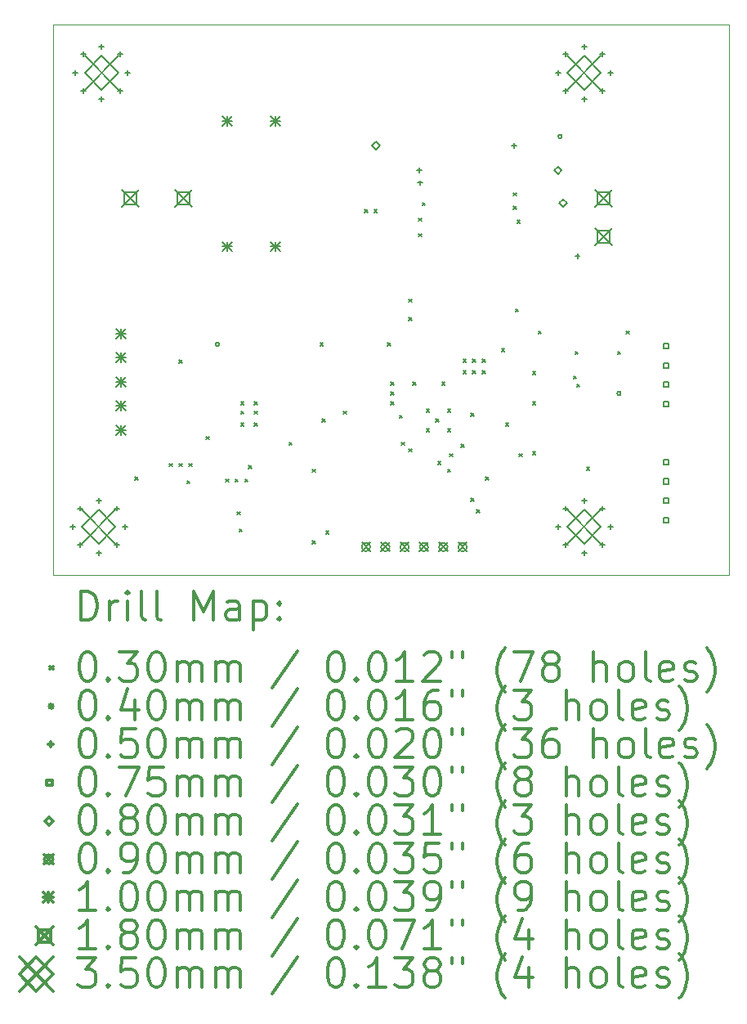
<source format=gbr>
%FSLAX45Y45*%
G04 Gerber Fmt 4.5, Leading zero omitted, Abs format (unit mm)*
G04 Created by KiCad (PCBNEW (5.1.6)-1) date 2021-10-22 00:30:33*
%MOMM*%
%LPD*%
G01*
G04 APERTURE LIST*
%TA.AperFunction,Profile*%
%ADD10C,0.050000*%
%TD*%
%ADD11C,0.200000*%
%ADD12C,0.300000*%
G04 APERTURE END LIST*
D10*
X0Y5700000D02*
X0Y0D01*
X7000000Y5700000D02*
X0Y5700000D01*
X7000000Y0D02*
X7000000Y5700000D01*
X0Y0D02*
X7000000Y0D01*
D11*
X845000Y1015000D02*
X875000Y985000D01*
X875000Y1015000D02*
X845000Y985000D01*
X1205000Y1155000D02*
X1235000Y1125000D01*
X1235000Y1155000D02*
X1205000Y1125000D01*
X1305000Y2225000D02*
X1335000Y2195000D01*
X1335000Y2225000D02*
X1305000Y2195000D01*
X1305000Y1155000D02*
X1335000Y1125000D01*
X1335000Y1155000D02*
X1305000Y1125000D01*
X1385000Y975000D02*
X1415000Y945000D01*
X1415000Y975000D02*
X1385000Y945000D01*
X1405000Y1155000D02*
X1435000Y1125000D01*
X1435000Y1155000D02*
X1405000Y1125000D01*
X1585000Y1435000D02*
X1615000Y1405000D01*
X1615000Y1435000D02*
X1585000Y1405000D01*
X1785000Y995000D02*
X1815000Y965000D01*
X1815000Y995000D02*
X1785000Y965000D01*
X1885000Y995000D02*
X1915000Y965000D01*
X1915000Y995000D02*
X1885000Y965000D01*
X1905000Y655000D02*
X1935000Y625000D01*
X1935000Y655000D02*
X1905000Y625000D01*
X1925000Y475000D02*
X1955000Y445000D01*
X1955000Y475000D02*
X1925000Y445000D01*
X1945000Y1795000D02*
X1975000Y1765000D01*
X1975000Y1795000D02*
X1945000Y1765000D01*
X1945000Y1695000D02*
X1975000Y1665000D01*
X1975000Y1695000D02*
X1945000Y1665000D01*
X1945000Y1575000D02*
X1975000Y1545000D01*
X1975000Y1575000D02*
X1945000Y1545000D01*
X1985000Y995000D02*
X2015000Y965000D01*
X2015000Y995000D02*
X1985000Y965000D01*
X2025000Y1135000D02*
X2055000Y1105000D01*
X2055000Y1135000D02*
X2025000Y1105000D01*
X2085000Y1795000D02*
X2115000Y1765000D01*
X2115000Y1795000D02*
X2085000Y1765000D01*
X2085000Y1695000D02*
X2115000Y1665000D01*
X2115000Y1695000D02*
X2085000Y1665000D01*
X2085000Y1575000D02*
X2115000Y1545000D01*
X2115000Y1575000D02*
X2085000Y1545000D01*
X2445000Y1375000D02*
X2475000Y1345000D01*
X2475000Y1375000D02*
X2445000Y1345000D01*
X2685000Y1095000D02*
X2715000Y1065000D01*
X2715000Y1095000D02*
X2685000Y1065000D01*
X2685000Y355000D02*
X2715000Y325000D01*
X2715000Y355000D02*
X2685000Y325000D01*
X2765000Y2405000D02*
X2795000Y2375000D01*
X2795000Y2405000D02*
X2765000Y2375000D01*
X2785000Y1615000D02*
X2815000Y1585000D01*
X2815000Y1615000D02*
X2785000Y1585000D01*
X2825000Y455000D02*
X2855000Y425000D01*
X2855000Y455000D02*
X2825000Y425000D01*
X3005000Y1695000D02*
X3035000Y1665000D01*
X3035000Y1695000D02*
X3005000Y1665000D01*
X3225000Y3785000D02*
X3255000Y3755000D01*
X3255000Y3785000D02*
X3225000Y3755000D01*
X3325000Y3785000D02*
X3355000Y3755000D01*
X3355000Y3785000D02*
X3325000Y3755000D01*
X3465000Y2405000D02*
X3495000Y2375000D01*
X3495000Y2405000D02*
X3465000Y2375000D01*
X3495000Y1995000D02*
X3525000Y1965000D01*
X3525000Y1995000D02*
X3495000Y1965000D01*
X3495000Y1895000D02*
X3525000Y1865000D01*
X3525000Y1895000D02*
X3495000Y1865000D01*
X3495000Y1795000D02*
X3525000Y1765000D01*
X3525000Y1795000D02*
X3495000Y1765000D01*
X3585000Y1655000D02*
X3615000Y1625000D01*
X3615000Y1655000D02*
X3585000Y1625000D01*
X3605000Y1375000D02*
X3635000Y1345000D01*
X3635000Y1375000D02*
X3605000Y1345000D01*
X3685000Y2855000D02*
X3715000Y2825000D01*
X3715000Y2855000D02*
X3685000Y2825000D01*
X3685000Y2665000D02*
X3715000Y2635000D01*
X3715000Y2665000D02*
X3685000Y2635000D01*
X3685000Y1305000D02*
X3715000Y1275000D01*
X3715000Y1305000D02*
X3685000Y1275000D01*
X3725000Y1995000D02*
X3755000Y1965000D01*
X3755000Y1995000D02*
X3725000Y1965000D01*
X3785000Y3695000D02*
X3815000Y3665000D01*
X3815000Y3695000D02*
X3785000Y3665000D01*
X3785000Y3535000D02*
X3815000Y3505000D01*
X3815000Y3535000D02*
X3785000Y3505000D01*
X3825000Y3855000D02*
X3855000Y3825000D01*
X3855000Y3855000D02*
X3825000Y3825000D01*
X3865000Y1715000D02*
X3895000Y1685000D01*
X3895000Y1715000D02*
X3865000Y1685000D01*
X3865000Y1515000D02*
X3895000Y1485000D01*
X3895000Y1515000D02*
X3865000Y1485000D01*
X3965000Y1615000D02*
X3995000Y1585000D01*
X3995000Y1615000D02*
X3965000Y1585000D01*
X3985000Y1175000D02*
X4015000Y1145000D01*
X4015000Y1175000D02*
X3985000Y1145000D01*
X4025000Y1995000D02*
X4055000Y1965000D01*
X4055000Y1995000D02*
X4025000Y1965000D01*
X4085000Y1715000D02*
X4115000Y1685000D01*
X4115000Y1715000D02*
X4085000Y1685000D01*
X4085000Y1515000D02*
X4115000Y1485000D01*
X4115000Y1515000D02*
X4085000Y1485000D01*
X4085000Y1095000D02*
X4115000Y1065000D01*
X4115000Y1095000D02*
X4085000Y1065000D01*
X4105000Y1255000D02*
X4135000Y1225000D01*
X4135000Y1255000D02*
X4105000Y1225000D01*
X4225000Y1355000D02*
X4255000Y1325000D01*
X4255000Y1355000D02*
X4225000Y1325000D01*
X4245000Y2235000D02*
X4275000Y2205000D01*
X4275000Y2235000D02*
X4245000Y2205000D01*
X4245000Y2115000D02*
X4275000Y2085000D01*
X4275000Y2115000D02*
X4245000Y2085000D01*
X4325000Y795000D02*
X4355000Y765000D01*
X4355000Y795000D02*
X4325000Y765000D01*
X4325001Y1674999D02*
X4355001Y1644999D01*
X4355001Y1674999D02*
X4325001Y1644999D01*
X4345000Y2235000D02*
X4375000Y2205000D01*
X4375000Y2235000D02*
X4345000Y2205000D01*
X4345000Y2115000D02*
X4375000Y2085000D01*
X4375000Y2115000D02*
X4345000Y2085000D01*
X4385000Y675000D02*
X4415000Y645000D01*
X4415000Y675000D02*
X4385000Y645000D01*
X4445000Y2235000D02*
X4475000Y2205000D01*
X4475000Y2235000D02*
X4445000Y2205000D01*
X4445000Y2115000D02*
X4475000Y2085000D01*
X4475000Y2115000D02*
X4445000Y2085000D01*
X4480001Y1015000D02*
X4510001Y985000D01*
X4510001Y1015000D02*
X4480001Y985000D01*
X4645000Y2345000D02*
X4675000Y2315000D01*
X4675000Y2345000D02*
X4645000Y2315000D01*
X4685000Y1575000D02*
X4715000Y1545000D01*
X4715000Y1575000D02*
X4685000Y1545000D01*
X4765000Y3955000D02*
X4795000Y3925000D01*
X4795000Y3955000D02*
X4765000Y3925000D01*
X4765000Y3815000D02*
X4795000Y3785000D01*
X4795000Y3815000D02*
X4765000Y3785000D01*
X4787500Y2755000D02*
X4817500Y2725000D01*
X4817500Y2755000D02*
X4787500Y2725000D01*
X4805000Y3675000D02*
X4835000Y3645000D01*
X4835000Y3675000D02*
X4805000Y3645000D01*
X4825000Y1255000D02*
X4855000Y1225000D01*
X4855000Y1255000D02*
X4825000Y1225000D01*
X4965000Y2105000D02*
X4995000Y2075000D01*
X4995000Y2105000D02*
X4965000Y2075000D01*
X4965000Y1795001D02*
X4995000Y1765001D01*
X4995000Y1795001D02*
X4965000Y1765001D01*
X4965000Y1275000D02*
X4995000Y1245000D01*
X4995000Y1275000D02*
X4965000Y1245000D01*
X5025000Y2525000D02*
X5055000Y2495000D01*
X5055000Y2525000D02*
X5025000Y2495000D01*
X5390000Y2060000D02*
X5420000Y2030000D01*
X5420000Y2060000D02*
X5390000Y2030000D01*
X5405000Y2315000D02*
X5435000Y2285000D01*
X5435000Y2315000D02*
X5405000Y2285000D01*
X5425000Y1975000D02*
X5455000Y1945000D01*
X5455000Y1975000D02*
X5425000Y1945000D01*
X5525000Y1115000D02*
X5555000Y1085000D01*
X5555000Y1115000D02*
X5525000Y1085000D01*
X5845000Y2315000D02*
X5875000Y2285000D01*
X5875000Y2315000D02*
X5845000Y2285000D01*
X5935000Y2525000D02*
X5965000Y2495000D01*
X5965000Y2525000D02*
X5935000Y2495000D01*
X1720000Y2390000D02*
G75*
G03*
X1720000Y2390000I-20000J0D01*
G01*
X5270000Y4540000D02*
G75*
G03*
X5270000Y4540000I-20000J0D01*
G01*
X5880000Y1880000D02*
G75*
G03*
X5880000Y1880000I-20000J0D01*
G01*
X3790501Y4215501D02*
X3790501Y4165501D01*
X3765501Y4190501D02*
X3815501Y4190501D01*
X3800000Y4085000D02*
X3800000Y4035000D01*
X3775000Y4060000D02*
X3825000Y4060000D01*
X4775500Y4469500D02*
X4775500Y4419500D01*
X4750500Y4444500D02*
X4800500Y4444500D01*
X5430000Y3325000D02*
X5430000Y3275000D01*
X5405000Y3300000D02*
X5455000Y3300000D01*
X5230000Y525000D02*
X5230000Y475000D01*
X5205000Y500000D02*
X5255000Y500000D01*
X5310000Y715000D02*
X5310000Y665000D01*
X5285000Y690000D02*
X5335000Y690000D01*
X5310000Y335000D02*
X5310000Y285000D01*
X5285000Y310000D02*
X5335000Y310000D01*
X5500000Y795000D02*
X5500000Y745000D01*
X5475000Y770000D02*
X5525000Y770000D01*
X5500000Y255000D02*
X5500000Y205000D01*
X5475000Y230000D02*
X5525000Y230000D01*
X5690000Y715000D02*
X5690000Y665000D01*
X5665000Y690000D02*
X5715000Y690000D01*
X5690000Y335000D02*
X5690000Y285000D01*
X5665000Y310000D02*
X5715000Y310000D01*
X5770000Y525000D02*
X5770000Y475000D01*
X5745000Y500000D02*
X5795000Y500000D01*
X200000Y525000D02*
X200000Y475000D01*
X175000Y500000D02*
X225000Y500000D01*
X280000Y715000D02*
X280000Y665000D01*
X255000Y690000D02*
X305000Y690000D01*
X280000Y335000D02*
X280000Y285000D01*
X255000Y310000D02*
X305000Y310000D01*
X470000Y795000D02*
X470000Y745000D01*
X445000Y770000D02*
X495000Y770000D01*
X470000Y255000D02*
X470000Y205000D01*
X445000Y230000D02*
X495000Y230000D01*
X660000Y715000D02*
X660000Y665000D01*
X635000Y690000D02*
X685000Y690000D01*
X660000Y335000D02*
X660000Y285000D01*
X635000Y310000D02*
X685000Y310000D01*
X740000Y525000D02*
X740000Y475000D01*
X715000Y500000D02*
X765000Y500000D01*
X230000Y5225000D02*
X230000Y5175000D01*
X205000Y5200000D02*
X255000Y5200000D01*
X310000Y5415000D02*
X310000Y5365000D01*
X285000Y5390000D02*
X335000Y5390000D01*
X310000Y5035000D02*
X310000Y4985000D01*
X285000Y5010000D02*
X335000Y5010000D01*
X500000Y5495000D02*
X500000Y5445000D01*
X475000Y5470000D02*
X525000Y5470000D01*
X500000Y4955000D02*
X500000Y4905000D01*
X475000Y4930000D02*
X525000Y4930000D01*
X690000Y5415000D02*
X690000Y5365000D01*
X665000Y5390000D02*
X715000Y5390000D01*
X690000Y5035000D02*
X690000Y4985000D01*
X665000Y5010000D02*
X715000Y5010000D01*
X770000Y5225000D02*
X770000Y5175000D01*
X745000Y5200000D02*
X795000Y5200000D01*
X5230000Y5225000D02*
X5230000Y5175000D01*
X5205000Y5200000D02*
X5255000Y5200000D01*
X5310000Y5415000D02*
X5310000Y5365000D01*
X5285000Y5390000D02*
X5335000Y5390000D01*
X5310000Y5035000D02*
X5310000Y4985000D01*
X5285000Y5010000D02*
X5335000Y5010000D01*
X5500000Y5495000D02*
X5500000Y5445000D01*
X5475000Y5470000D02*
X5525000Y5470000D01*
X5500000Y4955000D02*
X5500000Y4905000D01*
X5475000Y4930000D02*
X5525000Y4930000D01*
X5690000Y5415000D02*
X5690000Y5365000D01*
X5665000Y5390000D02*
X5715000Y5390000D01*
X5690000Y5035000D02*
X5690000Y4985000D01*
X5665000Y5010000D02*
X5715000Y5010000D01*
X5770000Y5225000D02*
X5770000Y5175000D01*
X5745000Y5200000D02*
X5795000Y5200000D01*
X6376517Y2343483D02*
X6376517Y2396517D01*
X6323483Y2396517D01*
X6323483Y2343483D01*
X6376517Y2343483D01*
X6376517Y2143483D02*
X6376517Y2196517D01*
X6323483Y2196517D01*
X6323483Y2143483D01*
X6376517Y2143483D01*
X6376517Y1943483D02*
X6376517Y1996517D01*
X6323483Y1996517D01*
X6323483Y1943483D01*
X6376517Y1943483D01*
X6376517Y1743483D02*
X6376517Y1796517D01*
X6323483Y1796517D01*
X6323483Y1743483D01*
X6376517Y1743483D01*
X6376517Y1143483D02*
X6376517Y1196517D01*
X6323483Y1196517D01*
X6323483Y1143483D01*
X6376517Y1143483D01*
X6376517Y943483D02*
X6376517Y996517D01*
X6323483Y996517D01*
X6323483Y943483D01*
X6376517Y943483D01*
X6376517Y743483D02*
X6376517Y796517D01*
X6323483Y796517D01*
X6323483Y743483D01*
X6376517Y743483D01*
X6376517Y543483D02*
X6376517Y596517D01*
X6323483Y596517D01*
X6323483Y543483D01*
X6376517Y543483D01*
X3344500Y4404500D02*
X3384500Y4444500D01*
X3344500Y4484500D01*
X3304500Y4444500D01*
X3344500Y4404500D01*
X5227625Y4147625D02*
X5267625Y4187625D01*
X5227625Y4227625D01*
X5187625Y4187625D01*
X5227625Y4147625D01*
X5279998Y3810000D02*
X5319998Y3850000D01*
X5279998Y3890000D01*
X5239998Y3850000D01*
X5279998Y3810000D01*
X3195000Y335000D02*
X3285000Y245000D01*
X3285000Y335000D02*
X3195000Y245000D01*
X3285000Y290000D02*
G75*
G03*
X3285000Y290000I-45000J0D01*
G01*
X3395000Y335000D02*
X3485000Y245000D01*
X3485000Y335000D02*
X3395000Y245000D01*
X3485000Y290000D02*
G75*
G03*
X3485000Y290000I-45000J0D01*
G01*
X3595000Y335000D02*
X3685000Y245000D01*
X3685000Y335000D02*
X3595000Y245000D01*
X3685000Y290000D02*
G75*
G03*
X3685000Y290000I-45000J0D01*
G01*
X3795000Y335000D02*
X3885000Y245000D01*
X3885000Y335000D02*
X3795000Y245000D01*
X3885000Y290000D02*
G75*
G03*
X3885000Y290000I-45000J0D01*
G01*
X3995000Y335000D02*
X4085000Y245000D01*
X4085000Y335000D02*
X3995000Y245000D01*
X4085000Y290000D02*
G75*
G03*
X4085000Y290000I-45000J0D01*
G01*
X4195000Y335000D02*
X4285000Y245000D01*
X4285000Y335000D02*
X4195000Y245000D01*
X4285000Y290000D02*
G75*
G03*
X4285000Y290000I-45000J0D01*
G01*
X1750000Y3450000D02*
X1850000Y3350000D01*
X1850000Y3450000D02*
X1750000Y3350000D01*
X1800000Y3450000D02*
X1800000Y3350000D01*
X1750000Y3400000D02*
X1850000Y3400000D01*
X2250000Y3450000D02*
X2350000Y3350000D01*
X2350000Y3450000D02*
X2250000Y3350000D01*
X2300000Y3450000D02*
X2300000Y3350000D01*
X2250000Y3400000D02*
X2350000Y3400000D01*
X1750000Y4750000D02*
X1850000Y4650000D01*
X1850000Y4750000D02*
X1750000Y4650000D01*
X1800000Y4750000D02*
X1800000Y4650000D01*
X1750000Y4700000D02*
X1850000Y4700000D01*
X2250000Y4750000D02*
X2350000Y4650000D01*
X2350000Y4750000D02*
X2250000Y4650000D01*
X2300000Y4750000D02*
X2300000Y4650000D01*
X2250000Y4700000D02*
X2350000Y4700000D01*
X650000Y2550000D02*
X750000Y2450000D01*
X750000Y2550000D02*
X650000Y2450000D01*
X700000Y2550000D02*
X700000Y2450000D01*
X650000Y2500000D02*
X750000Y2500000D01*
X650000Y2300000D02*
X750000Y2200000D01*
X750000Y2300000D02*
X650000Y2200000D01*
X700000Y2300000D02*
X700000Y2200000D01*
X650000Y2250000D02*
X750000Y2250000D01*
X650000Y2050000D02*
X750000Y1950000D01*
X750000Y2050000D02*
X650000Y1950000D01*
X700000Y2050000D02*
X700000Y1950000D01*
X650000Y2000000D02*
X750000Y2000000D01*
X650000Y1800000D02*
X750000Y1700000D01*
X750000Y1800000D02*
X650000Y1700000D01*
X700000Y1800000D02*
X700000Y1700000D01*
X650000Y1750000D02*
X750000Y1750000D01*
X650000Y1550000D02*
X750000Y1450000D01*
X750000Y1550000D02*
X650000Y1450000D01*
X700000Y1550000D02*
X700000Y1450000D01*
X650000Y1500000D02*
X750000Y1500000D01*
X5610000Y3988000D02*
X5790000Y3808000D01*
X5790000Y3988000D02*
X5610000Y3808000D01*
X5763640Y3834360D02*
X5763640Y3961640D01*
X5636360Y3961640D01*
X5636360Y3834360D01*
X5763640Y3834360D01*
X5610000Y3592000D02*
X5790000Y3412000D01*
X5790000Y3592000D02*
X5610000Y3412000D01*
X5763640Y3438360D02*
X5763640Y3565640D01*
X5636360Y3565640D01*
X5636360Y3438360D01*
X5763640Y3438360D01*
X710000Y3990000D02*
X890000Y3810000D01*
X890000Y3990000D02*
X710000Y3810000D01*
X863640Y3836360D02*
X863640Y3963640D01*
X736360Y3963640D01*
X736360Y3836360D01*
X863640Y3836360D01*
X1260000Y3990000D02*
X1440000Y3810000D01*
X1440000Y3990000D02*
X1260000Y3810000D01*
X1413640Y3836360D02*
X1413640Y3963640D01*
X1286360Y3963640D01*
X1286360Y3836360D01*
X1413640Y3836360D01*
X5325000Y675000D02*
X5675000Y325000D01*
X5675000Y675000D02*
X5325000Y325000D01*
X5500000Y325000D02*
X5675000Y500000D01*
X5500000Y675000D01*
X5325000Y500000D01*
X5500000Y325000D01*
X295000Y675000D02*
X645000Y325000D01*
X645000Y675000D02*
X295000Y325000D01*
X470000Y325000D02*
X645000Y500000D01*
X470000Y675000D01*
X295000Y500000D01*
X470000Y325000D01*
X325000Y5375000D02*
X675000Y5025000D01*
X675000Y5375000D02*
X325000Y5025000D01*
X500000Y5025000D02*
X675000Y5200000D01*
X500000Y5375000D01*
X325000Y5200000D01*
X500000Y5025000D01*
X5325000Y5375000D02*
X5675000Y5025000D01*
X5675000Y5375000D02*
X5325000Y5025000D01*
X5500000Y5025000D02*
X5675000Y5200000D01*
X5500000Y5375000D01*
X5325000Y5200000D01*
X5500000Y5025000D01*
D12*
X283928Y-468214D02*
X283928Y-168214D01*
X355357Y-168214D01*
X398214Y-182500D01*
X426786Y-211071D01*
X441071Y-239643D01*
X455357Y-296786D01*
X455357Y-339643D01*
X441071Y-396786D01*
X426786Y-425357D01*
X398214Y-453929D01*
X355357Y-468214D01*
X283928Y-468214D01*
X583928Y-468214D02*
X583928Y-268214D01*
X583928Y-325357D02*
X598214Y-296786D01*
X612500Y-282500D01*
X641071Y-268214D01*
X669643Y-268214D01*
X769643Y-468214D02*
X769643Y-268214D01*
X769643Y-168214D02*
X755357Y-182500D01*
X769643Y-196786D01*
X783928Y-182500D01*
X769643Y-168214D01*
X769643Y-196786D01*
X955357Y-468214D02*
X926786Y-453929D01*
X912500Y-425357D01*
X912500Y-168214D01*
X1112500Y-468214D02*
X1083928Y-453929D01*
X1069643Y-425357D01*
X1069643Y-168214D01*
X1455357Y-468214D02*
X1455357Y-168214D01*
X1555357Y-382500D01*
X1655357Y-168214D01*
X1655357Y-468214D01*
X1926786Y-468214D02*
X1926786Y-311072D01*
X1912500Y-282500D01*
X1883928Y-268214D01*
X1826786Y-268214D01*
X1798214Y-282500D01*
X1926786Y-453929D02*
X1898214Y-468214D01*
X1826786Y-468214D01*
X1798214Y-453929D01*
X1783928Y-425357D01*
X1783928Y-396786D01*
X1798214Y-368214D01*
X1826786Y-353929D01*
X1898214Y-353929D01*
X1926786Y-339643D01*
X2069643Y-268214D02*
X2069643Y-568214D01*
X2069643Y-282500D02*
X2098214Y-268214D01*
X2155357Y-268214D01*
X2183928Y-282500D01*
X2198214Y-296786D01*
X2212500Y-325357D01*
X2212500Y-411071D01*
X2198214Y-439643D01*
X2183928Y-453929D01*
X2155357Y-468214D01*
X2098214Y-468214D01*
X2069643Y-453929D01*
X2341071Y-439643D02*
X2355357Y-453929D01*
X2341071Y-468214D01*
X2326786Y-453929D01*
X2341071Y-439643D01*
X2341071Y-468214D01*
X2341071Y-282500D02*
X2355357Y-296786D01*
X2341071Y-311072D01*
X2326786Y-296786D01*
X2341071Y-282500D01*
X2341071Y-311072D01*
X-32500Y-947500D02*
X-2500Y-977500D01*
X-2500Y-947500D02*
X-32500Y-977500D01*
X341071Y-798214D02*
X369643Y-798214D01*
X398214Y-812500D01*
X412500Y-826786D01*
X426786Y-855357D01*
X441071Y-912500D01*
X441071Y-983929D01*
X426786Y-1041071D01*
X412500Y-1069643D01*
X398214Y-1083929D01*
X369643Y-1098214D01*
X341071Y-1098214D01*
X312500Y-1083929D01*
X298214Y-1069643D01*
X283928Y-1041071D01*
X269643Y-983929D01*
X269643Y-912500D01*
X283928Y-855357D01*
X298214Y-826786D01*
X312500Y-812500D01*
X341071Y-798214D01*
X569643Y-1069643D02*
X583928Y-1083929D01*
X569643Y-1098214D01*
X555357Y-1083929D01*
X569643Y-1069643D01*
X569643Y-1098214D01*
X683928Y-798214D02*
X869643Y-798214D01*
X769643Y-912500D01*
X812500Y-912500D01*
X841071Y-926786D01*
X855357Y-941071D01*
X869643Y-969643D01*
X869643Y-1041071D01*
X855357Y-1069643D01*
X841071Y-1083929D01*
X812500Y-1098214D01*
X726786Y-1098214D01*
X698214Y-1083929D01*
X683928Y-1069643D01*
X1055357Y-798214D02*
X1083928Y-798214D01*
X1112500Y-812500D01*
X1126786Y-826786D01*
X1141071Y-855357D01*
X1155357Y-912500D01*
X1155357Y-983929D01*
X1141071Y-1041071D01*
X1126786Y-1069643D01*
X1112500Y-1083929D01*
X1083928Y-1098214D01*
X1055357Y-1098214D01*
X1026786Y-1083929D01*
X1012500Y-1069643D01*
X998214Y-1041071D01*
X983928Y-983929D01*
X983928Y-912500D01*
X998214Y-855357D01*
X1012500Y-826786D01*
X1026786Y-812500D01*
X1055357Y-798214D01*
X1283928Y-1098214D02*
X1283928Y-898214D01*
X1283928Y-926786D02*
X1298214Y-912500D01*
X1326786Y-898214D01*
X1369643Y-898214D01*
X1398214Y-912500D01*
X1412500Y-941071D01*
X1412500Y-1098214D01*
X1412500Y-941071D02*
X1426786Y-912500D01*
X1455357Y-898214D01*
X1498214Y-898214D01*
X1526786Y-912500D01*
X1541071Y-941071D01*
X1541071Y-1098214D01*
X1683928Y-1098214D02*
X1683928Y-898214D01*
X1683928Y-926786D02*
X1698214Y-912500D01*
X1726786Y-898214D01*
X1769643Y-898214D01*
X1798214Y-912500D01*
X1812500Y-941071D01*
X1812500Y-1098214D01*
X1812500Y-941071D02*
X1826786Y-912500D01*
X1855357Y-898214D01*
X1898214Y-898214D01*
X1926786Y-912500D01*
X1941071Y-941071D01*
X1941071Y-1098214D01*
X2526786Y-783929D02*
X2269643Y-1169643D01*
X2912500Y-798214D02*
X2941071Y-798214D01*
X2969643Y-812500D01*
X2983928Y-826786D01*
X2998214Y-855357D01*
X3012500Y-912500D01*
X3012500Y-983929D01*
X2998214Y-1041071D01*
X2983928Y-1069643D01*
X2969643Y-1083929D01*
X2941071Y-1098214D01*
X2912500Y-1098214D01*
X2883928Y-1083929D01*
X2869643Y-1069643D01*
X2855357Y-1041071D01*
X2841071Y-983929D01*
X2841071Y-912500D01*
X2855357Y-855357D01*
X2869643Y-826786D01*
X2883928Y-812500D01*
X2912500Y-798214D01*
X3141071Y-1069643D02*
X3155357Y-1083929D01*
X3141071Y-1098214D01*
X3126786Y-1083929D01*
X3141071Y-1069643D01*
X3141071Y-1098214D01*
X3341071Y-798214D02*
X3369643Y-798214D01*
X3398214Y-812500D01*
X3412500Y-826786D01*
X3426786Y-855357D01*
X3441071Y-912500D01*
X3441071Y-983929D01*
X3426786Y-1041071D01*
X3412500Y-1069643D01*
X3398214Y-1083929D01*
X3369643Y-1098214D01*
X3341071Y-1098214D01*
X3312500Y-1083929D01*
X3298214Y-1069643D01*
X3283928Y-1041071D01*
X3269643Y-983929D01*
X3269643Y-912500D01*
X3283928Y-855357D01*
X3298214Y-826786D01*
X3312500Y-812500D01*
X3341071Y-798214D01*
X3726786Y-1098214D02*
X3555357Y-1098214D01*
X3641071Y-1098214D02*
X3641071Y-798214D01*
X3612500Y-841071D01*
X3583928Y-869643D01*
X3555357Y-883929D01*
X3841071Y-826786D02*
X3855357Y-812500D01*
X3883928Y-798214D01*
X3955357Y-798214D01*
X3983928Y-812500D01*
X3998214Y-826786D01*
X4012500Y-855357D01*
X4012500Y-883929D01*
X3998214Y-926786D01*
X3826786Y-1098214D01*
X4012500Y-1098214D01*
X4126786Y-798214D02*
X4126786Y-855357D01*
X4241071Y-798214D02*
X4241071Y-855357D01*
X4683928Y-1212500D02*
X4669643Y-1198214D01*
X4641071Y-1155357D01*
X4626786Y-1126786D01*
X4612500Y-1083929D01*
X4598214Y-1012500D01*
X4598214Y-955357D01*
X4612500Y-883929D01*
X4626786Y-841071D01*
X4641071Y-812500D01*
X4669643Y-769643D01*
X4683928Y-755357D01*
X4769643Y-798214D02*
X4969643Y-798214D01*
X4841071Y-1098214D01*
X5126786Y-926786D02*
X5098214Y-912500D01*
X5083928Y-898214D01*
X5069643Y-869643D01*
X5069643Y-855357D01*
X5083928Y-826786D01*
X5098214Y-812500D01*
X5126786Y-798214D01*
X5183928Y-798214D01*
X5212500Y-812500D01*
X5226786Y-826786D01*
X5241071Y-855357D01*
X5241071Y-869643D01*
X5226786Y-898214D01*
X5212500Y-912500D01*
X5183928Y-926786D01*
X5126786Y-926786D01*
X5098214Y-941071D01*
X5083928Y-955357D01*
X5069643Y-983929D01*
X5069643Y-1041071D01*
X5083928Y-1069643D01*
X5098214Y-1083929D01*
X5126786Y-1098214D01*
X5183928Y-1098214D01*
X5212500Y-1083929D01*
X5226786Y-1069643D01*
X5241071Y-1041071D01*
X5241071Y-983929D01*
X5226786Y-955357D01*
X5212500Y-941071D01*
X5183928Y-926786D01*
X5598214Y-1098214D02*
X5598214Y-798214D01*
X5726786Y-1098214D02*
X5726786Y-941071D01*
X5712500Y-912500D01*
X5683928Y-898214D01*
X5641071Y-898214D01*
X5612500Y-912500D01*
X5598214Y-926786D01*
X5912500Y-1098214D02*
X5883928Y-1083929D01*
X5869643Y-1069643D01*
X5855357Y-1041071D01*
X5855357Y-955357D01*
X5869643Y-926786D01*
X5883928Y-912500D01*
X5912500Y-898214D01*
X5955357Y-898214D01*
X5983928Y-912500D01*
X5998214Y-926786D01*
X6012500Y-955357D01*
X6012500Y-1041071D01*
X5998214Y-1069643D01*
X5983928Y-1083929D01*
X5955357Y-1098214D01*
X5912500Y-1098214D01*
X6183928Y-1098214D02*
X6155357Y-1083929D01*
X6141071Y-1055357D01*
X6141071Y-798214D01*
X6412500Y-1083929D02*
X6383928Y-1098214D01*
X6326786Y-1098214D01*
X6298214Y-1083929D01*
X6283928Y-1055357D01*
X6283928Y-941071D01*
X6298214Y-912500D01*
X6326786Y-898214D01*
X6383928Y-898214D01*
X6412500Y-912500D01*
X6426786Y-941071D01*
X6426786Y-969643D01*
X6283928Y-998214D01*
X6541071Y-1083929D02*
X6569643Y-1098214D01*
X6626786Y-1098214D01*
X6655357Y-1083929D01*
X6669643Y-1055357D01*
X6669643Y-1041071D01*
X6655357Y-1012500D01*
X6626786Y-998214D01*
X6583928Y-998214D01*
X6555357Y-983929D01*
X6541071Y-955357D01*
X6541071Y-941071D01*
X6555357Y-912500D01*
X6583928Y-898214D01*
X6626786Y-898214D01*
X6655357Y-912500D01*
X6769643Y-1212500D02*
X6783928Y-1198214D01*
X6812500Y-1155357D01*
X6826786Y-1126786D01*
X6841071Y-1083929D01*
X6855357Y-1012500D01*
X6855357Y-955357D01*
X6841071Y-883929D01*
X6826786Y-841071D01*
X6812500Y-812500D01*
X6783928Y-769643D01*
X6769643Y-755357D01*
X-2500Y-1358500D02*
G75*
G03*
X-2500Y-1358500I-20000J0D01*
G01*
X341071Y-1194214D02*
X369643Y-1194214D01*
X398214Y-1208500D01*
X412500Y-1222786D01*
X426786Y-1251357D01*
X441071Y-1308500D01*
X441071Y-1379929D01*
X426786Y-1437071D01*
X412500Y-1465643D01*
X398214Y-1479929D01*
X369643Y-1494214D01*
X341071Y-1494214D01*
X312500Y-1479929D01*
X298214Y-1465643D01*
X283928Y-1437071D01*
X269643Y-1379929D01*
X269643Y-1308500D01*
X283928Y-1251357D01*
X298214Y-1222786D01*
X312500Y-1208500D01*
X341071Y-1194214D01*
X569643Y-1465643D02*
X583928Y-1479929D01*
X569643Y-1494214D01*
X555357Y-1479929D01*
X569643Y-1465643D01*
X569643Y-1494214D01*
X841071Y-1294214D02*
X841071Y-1494214D01*
X769643Y-1179929D02*
X698214Y-1394214D01*
X883928Y-1394214D01*
X1055357Y-1194214D02*
X1083928Y-1194214D01*
X1112500Y-1208500D01*
X1126786Y-1222786D01*
X1141071Y-1251357D01*
X1155357Y-1308500D01*
X1155357Y-1379929D01*
X1141071Y-1437071D01*
X1126786Y-1465643D01*
X1112500Y-1479929D01*
X1083928Y-1494214D01*
X1055357Y-1494214D01*
X1026786Y-1479929D01*
X1012500Y-1465643D01*
X998214Y-1437071D01*
X983928Y-1379929D01*
X983928Y-1308500D01*
X998214Y-1251357D01*
X1012500Y-1222786D01*
X1026786Y-1208500D01*
X1055357Y-1194214D01*
X1283928Y-1494214D02*
X1283928Y-1294214D01*
X1283928Y-1322786D02*
X1298214Y-1308500D01*
X1326786Y-1294214D01*
X1369643Y-1294214D01*
X1398214Y-1308500D01*
X1412500Y-1337072D01*
X1412500Y-1494214D01*
X1412500Y-1337072D02*
X1426786Y-1308500D01*
X1455357Y-1294214D01*
X1498214Y-1294214D01*
X1526786Y-1308500D01*
X1541071Y-1337072D01*
X1541071Y-1494214D01*
X1683928Y-1494214D02*
X1683928Y-1294214D01*
X1683928Y-1322786D02*
X1698214Y-1308500D01*
X1726786Y-1294214D01*
X1769643Y-1294214D01*
X1798214Y-1308500D01*
X1812500Y-1337072D01*
X1812500Y-1494214D01*
X1812500Y-1337072D02*
X1826786Y-1308500D01*
X1855357Y-1294214D01*
X1898214Y-1294214D01*
X1926786Y-1308500D01*
X1941071Y-1337072D01*
X1941071Y-1494214D01*
X2526786Y-1179929D02*
X2269643Y-1565643D01*
X2912500Y-1194214D02*
X2941071Y-1194214D01*
X2969643Y-1208500D01*
X2983928Y-1222786D01*
X2998214Y-1251357D01*
X3012500Y-1308500D01*
X3012500Y-1379929D01*
X2998214Y-1437071D01*
X2983928Y-1465643D01*
X2969643Y-1479929D01*
X2941071Y-1494214D01*
X2912500Y-1494214D01*
X2883928Y-1479929D01*
X2869643Y-1465643D01*
X2855357Y-1437071D01*
X2841071Y-1379929D01*
X2841071Y-1308500D01*
X2855357Y-1251357D01*
X2869643Y-1222786D01*
X2883928Y-1208500D01*
X2912500Y-1194214D01*
X3141071Y-1465643D02*
X3155357Y-1479929D01*
X3141071Y-1494214D01*
X3126786Y-1479929D01*
X3141071Y-1465643D01*
X3141071Y-1494214D01*
X3341071Y-1194214D02*
X3369643Y-1194214D01*
X3398214Y-1208500D01*
X3412500Y-1222786D01*
X3426786Y-1251357D01*
X3441071Y-1308500D01*
X3441071Y-1379929D01*
X3426786Y-1437071D01*
X3412500Y-1465643D01*
X3398214Y-1479929D01*
X3369643Y-1494214D01*
X3341071Y-1494214D01*
X3312500Y-1479929D01*
X3298214Y-1465643D01*
X3283928Y-1437071D01*
X3269643Y-1379929D01*
X3269643Y-1308500D01*
X3283928Y-1251357D01*
X3298214Y-1222786D01*
X3312500Y-1208500D01*
X3341071Y-1194214D01*
X3726786Y-1494214D02*
X3555357Y-1494214D01*
X3641071Y-1494214D02*
X3641071Y-1194214D01*
X3612500Y-1237072D01*
X3583928Y-1265643D01*
X3555357Y-1279929D01*
X3983928Y-1194214D02*
X3926786Y-1194214D01*
X3898214Y-1208500D01*
X3883928Y-1222786D01*
X3855357Y-1265643D01*
X3841071Y-1322786D01*
X3841071Y-1437071D01*
X3855357Y-1465643D01*
X3869643Y-1479929D01*
X3898214Y-1494214D01*
X3955357Y-1494214D01*
X3983928Y-1479929D01*
X3998214Y-1465643D01*
X4012500Y-1437071D01*
X4012500Y-1365643D01*
X3998214Y-1337072D01*
X3983928Y-1322786D01*
X3955357Y-1308500D01*
X3898214Y-1308500D01*
X3869643Y-1322786D01*
X3855357Y-1337072D01*
X3841071Y-1365643D01*
X4126786Y-1194214D02*
X4126786Y-1251357D01*
X4241071Y-1194214D02*
X4241071Y-1251357D01*
X4683928Y-1608500D02*
X4669643Y-1594214D01*
X4641071Y-1551357D01*
X4626786Y-1522786D01*
X4612500Y-1479929D01*
X4598214Y-1408500D01*
X4598214Y-1351357D01*
X4612500Y-1279929D01*
X4626786Y-1237072D01*
X4641071Y-1208500D01*
X4669643Y-1165643D01*
X4683928Y-1151357D01*
X4769643Y-1194214D02*
X4955357Y-1194214D01*
X4855357Y-1308500D01*
X4898214Y-1308500D01*
X4926786Y-1322786D01*
X4941071Y-1337072D01*
X4955357Y-1365643D01*
X4955357Y-1437071D01*
X4941071Y-1465643D01*
X4926786Y-1479929D01*
X4898214Y-1494214D01*
X4812500Y-1494214D01*
X4783928Y-1479929D01*
X4769643Y-1465643D01*
X5312500Y-1494214D02*
X5312500Y-1194214D01*
X5441071Y-1494214D02*
X5441071Y-1337072D01*
X5426786Y-1308500D01*
X5398214Y-1294214D01*
X5355357Y-1294214D01*
X5326786Y-1308500D01*
X5312500Y-1322786D01*
X5626786Y-1494214D02*
X5598214Y-1479929D01*
X5583928Y-1465643D01*
X5569643Y-1437071D01*
X5569643Y-1351357D01*
X5583928Y-1322786D01*
X5598214Y-1308500D01*
X5626786Y-1294214D01*
X5669643Y-1294214D01*
X5698214Y-1308500D01*
X5712500Y-1322786D01*
X5726786Y-1351357D01*
X5726786Y-1437071D01*
X5712500Y-1465643D01*
X5698214Y-1479929D01*
X5669643Y-1494214D01*
X5626786Y-1494214D01*
X5898214Y-1494214D02*
X5869643Y-1479929D01*
X5855357Y-1451357D01*
X5855357Y-1194214D01*
X6126786Y-1479929D02*
X6098214Y-1494214D01*
X6041071Y-1494214D01*
X6012500Y-1479929D01*
X5998214Y-1451357D01*
X5998214Y-1337072D01*
X6012500Y-1308500D01*
X6041071Y-1294214D01*
X6098214Y-1294214D01*
X6126786Y-1308500D01*
X6141071Y-1337072D01*
X6141071Y-1365643D01*
X5998214Y-1394214D01*
X6255357Y-1479929D02*
X6283928Y-1494214D01*
X6341071Y-1494214D01*
X6369643Y-1479929D01*
X6383928Y-1451357D01*
X6383928Y-1437071D01*
X6369643Y-1408500D01*
X6341071Y-1394214D01*
X6298214Y-1394214D01*
X6269643Y-1379929D01*
X6255357Y-1351357D01*
X6255357Y-1337072D01*
X6269643Y-1308500D01*
X6298214Y-1294214D01*
X6341071Y-1294214D01*
X6369643Y-1308500D01*
X6483928Y-1608500D02*
X6498214Y-1594214D01*
X6526786Y-1551357D01*
X6541071Y-1522786D01*
X6555357Y-1479929D01*
X6569643Y-1408500D01*
X6569643Y-1351357D01*
X6555357Y-1279929D01*
X6541071Y-1237072D01*
X6526786Y-1208500D01*
X6498214Y-1165643D01*
X6483928Y-1151357D01*
X-27500Y-1729500D02*
X-27500Y-1779500D01*
X-52500Y-1754500D02*
X-2500Y-1754500D01*
X341071Y-1590214D02*
X369643Y-1590214D01*
X398214Y-1604500D01*
X412500Y-1618786D01*
X426786Y-1647357D01*
X441071Y-1704500D01*
X441071Y-1775929D01*
X426786Y-1833071D01*
X412500Y-1861643D01*
X398214Y-1875929D01*
X369643Y-1890214D01*
X341071Y-1890214D01*
X312500Y-1875929D01*
X298214Y-1861643D01*
X283928Y-1833071D01*
X269643Y-1775929D01*
X269643Y-1704500D01*
X283928Y-1647357D01*
X298214Y-1618786D01*
X312500Y-1604500D01*
X341071Y-1590214D01*
X569643Y-1861643D02*
X583928Y-1875929D01*
X569643Y-1890214D01*
X555357Y-1875929D01*
X569643Y-1861643D01*
X569643Y-1890214D01*
X855357Y-1590214D02*
X712500Y-1590214D01*
X698214Y-1733071D01*
X712500Y-1718786D01*
X741071Y-1704500D01*
X812500Y-1704500D01*
X841071Y-1718786D01*
X855357Y-1733071D01*
X869643Y-1761643D01*
X869643Y-1833071D01*
X855357Y-1861643D01*
X841071Y-1875929D01*
X812500Y-1890214D01*
X741071Y-1890214D01*
X712500Y-1875929D01*
X698214Y-1861643D01*
X1055357Y-1590214D02*
X1083928Y-1590214D01*
X1112500Y-1604500D01*
X1126786Y-1618786D01*
X1141071Y-1647357D01*
X1155357Y-1704500D01*
X1155357Y-1775929D01*
X1141071Y-1833071D01*
X1126786Y-1861643D01*
X1112500Y-1875929D01*
X1083928Y-1890214D01*
X1055357Y-1890214D01*
X1026786Y-1875929D01*
X1012500Y-1861643D01*
X998214Y-1833071D01*
X983928Y-1775929D01*
X983928Y-1704500D01*
X998214Y-1647357D01*
X1012500Y-1618786D01*
X1026786Y-1604500D01*
X1055357Y-1590214D01*
X1283928Y-1890214D02*
X1283928Y-1690214D01*
X1283928Y-1718786D02*
X1298214Y-1704500D01*
X1326786Y-1690214D01*
X1369643Y-1690214D01*
X1398214Y-1704500D01*
X1412500Y-1733071D01*
X1412500Y-1890214D01*
X1412500Y-1733071D02*
X1426786Y-1704500D01*
X1455357Y-1690214D01*
X1498214Y-1690214D01*
X1526786Y-1704500D01*
X1541071Y-1733071D01*
X1541071Y-1890214D01*
X1683928Y-1890214D02*
X1683928Y-1690214D01*
X1683928Y-1718786D02*
X1698214Y-1704500D01*
X1726786Y-1690214D01*
X1769643Y-1690214D01*
X1798214Y-1704500D01*
X1812500Y-1733071D01*
X1812500Y-1890214D01*
X1812500Y-1733071D02*
X1826786Y-1704500D01*
X1855357Y-1690214D01*
X1898214Y-1690214D01*
X1926786Y-1704500D01*
X1941071Y-1733071D01*
X1941071Y-1890214D01*
X2526786Y-1575929D02*
X2269643Y-1961643D01*
X2912500Y-1590214D02*
X2941071Y-1590214D01*
X2969643Y-1604500D01*
X2983928Y-1618786D01*
X2998214Y-1647357D01*
X3012500Y-1704500D01*
X3012500Y-1775929D01*
X2998214Y-1833071D01*
X2983928Y-1861643D01*
X2969643Y-1875929D01*
X2941071Y-1890214D01*
X2912500Y-1890214D01*
X2883928Y-1875929D01*
X2869643Y-1861643D01*
X2855357Y-1833071D01*
X2841071Y-1775929D01*
X2841071Y-1704500D01*
X2855357Y-1647357D01*
X2869643Y-1618786D01*
X2883928Y-1604500D01*
X2912500Y-1590214D01*
X3141071Y-1861643D02*
X3155357Y-1875929D01*
X3141071Y-1890214D01*
X3126786Y-1875929D01*
X3141071Y-1861643D01*
X3141071Y-1890214D01*
X3341071Y-1590214D02*
X3369643Y-1590214D01*
X3398214Y-1604500D01*
X3412500Y-1618786D01*
X3426786Y-1647357D01*
X3441071Y-1704500D01*
X3441071Y-1775929D01*
X3426786Y-1833071D01*
X3412500Y-1861643D01*
X3398214Y-1875929D01*
X3369643Y-1890214D01*
X3341071Y-1890214D01*
X3312500Y-1875929D01*
X3298214Y-1861643D01*
X3283928Y-1833071D01*
X3269643Y-1775929D01*
X3269643Y-1704500D01*
X3283928Y-1647357D01*
X3298214Y-1618786D01*
X3312500Y-1604500D01*
X3341071Y-1590214D01*
X3555357Y-1618786D02*
X3569643Y-1604500D01*
X3598214Y-1590214D01*
X3669643Y-1590214D01*
X3698214Y-1604500D01*
X3712500Y-1618786D01*
X3726786Y-1647357D01*
X3726786Y-1675929D01*
X3712500Y-1718786D01*
X3541071Y-1890214D01*
X3726786Y-1890214D01*
X3912500Y-1590214D02*
X3941071Y-1590214D01*
X3969643Y-1604500D01*
X3983928Y-1618786D01*
X3998214Y-1647357D01*
X4012500Y-1704500D01*
X4012500Y-1775929D01*
X3998214Y-1833071D01*
X3983928Y-1861643D01*
X3969643Y-1875929D01*
X3941071Y-1890214D01*
X3912500Y-1890214D01*
X3883928Y-1875929D01*
X3869643Y-1861643D01*
X3855357Y-1833071D01*
X3841071Y-1775929D01*
X3841071Y-1704500D01*
X3855357Y-1647357D01*
X3869643Y-1618786D01*
X3883928Y-1604500D01*
X3912500Y-1590214D01*
X4126786Y-1590214D02*
X4126786Y-1647357D01*
X4241071Y-1590214D02*
X4241071Y-1647357D01*
X4683928Y-2004500D02*
X4669643Y-1990214D01*
X4641071Y-1947357D01*
X4626786Y-1918786D01*
X4612500Y-1875929D01*
X4598214Y-1804500D01*
X4598214Y-1747357D01*
X4612500Y-1675929D01*
X4626786Y-1633071D01*
X4641071Y-1604500D01*
X4669643Y-1561643D01*
X4683928Y-1547357D01*
X4769643Y-1590214D02*
X4955357Y-1590214D01*
X4855357Y-1704500D01*
X4898214Y-1704500D01*
X4926786Y-1718786D01*
X4941071Y-1733071D01*
X4955357Y-1761643D01*
X4955357Y-1833071D01*
X4941071Y-1861643D01*
X4926786Y-1875929D01*
X4898214Y-1890214D01*
X4812500Y-1890214D01*
X4783928Y-1875929D01*
X4769643Y-1861643D01*
X5212500Y-1590214D02*
X5155357Y-1590214D01*
X5126786Y-1604500D01*
X5112500Y-1618786D01*
X5083928Y-1661643D01*
X5069643Y-1718786D01*
X5069643Y-1833071D01*
X5083928Y-1861643D01*
X5098214Y-1875929D01*
X5126786Y-1890214D01*
X5183928Y-1890214D01*
X5212500Y-1875929D01*
X5226786Y-1861643D01*
X5241071Y-1833071D01*
X5241071Y-1761643D01*
X5226786Y-1733071D01*
X5212500Y-1718786D01*
X5183928Y-1704500D01*
X5126786Y-1704500D01*
X5098214Y-1718786D01*
X5083928Y-1733071D01*
X5069643Y-1761643D01*
X5598214Y-1890214D02*
X5598214Y-1590214D01*
X5726786Y-1890214D02*
X5726786Y-1733071D01*
X5712500Y-1704500D01*
X5683928Y-1690214D01*
X5641071Y-1690214D01*
X5612500Y-1704500D01*
X5598214Y-1718786D01*
X5912500Y-1890214D02*
X5883928Y-1875929D01*
X5869643Y-1861643D01*
X5855357Y-1833071D01*
X5855357Y-1747357D01*
X5869643Y-1718786D01*
X5883928Y-1704500D01*
X5912500Y-1690214D01*
X5955357Y-1690214D01*
X5983928Y-1704500D01*
X5998214Y-1718786D01*
X6012500Y-1747357D01*
X6012500Y-1833071D01*
X5998214Y-1861643D01*
X5983928Y-1875929D01*
X5955357Y-1890214D01*
X5912500Y-1890214D01*
X6183928Y-1890214D02*
X6155357Y-1875929D01*
X6141071Y-1847357D01*
X6141071Y-1590214D01*
X6412500Y-1875929D02*
X6383928Y-1890214D01*
X6326786Y-1890214D01*
X6298214Y-1875929D01*
X6283928Y-1847357D01*
X6283928Y-1733071D01*
X6298214Y-1704500D01*
X6326786Y-1690214D01*
X6383928Y-1690214D01*
X6412500Y-1704500D01*
X6426786Y-1733071D01*
X6426786Y-1761643D01*
X6283928Y-1790214D01*
X6541071Y-1875929D02*
X6569643Y-1890214D01*
X6626786Y-1890214D01*
X6655357Y-1875929D01*
X6669643Y-1847357D01*
X6669643Y-1833071D01*
X6655357Y-1804500D01*
X6626786Y-1790214D01*
X6583928Y-1790214D01*
X6555357Y-1775929D01*
X6541071Y-1747357D01*
X6541071Y-1733071D01*
X6555357Y-1704500D01*
X6583928Y-1690214D01*
X6626786Y-1690214D01*
X6655357Y-1704500D01*
X6769643Y-2004500D02*
X6783928Y-1990214D01*
X6812500Y-1947357D01*
X6826786Y-1918786D01*
X6841071Y-1875929D01*
X6855357Y-1804500D01*
X6855357Y-1747357D01*
X6841071Y-1675929D01*
X6826786Y-1633071D01*
X6812500Y-1604500D01*
X6783928Y-1561643D01*
X6769643Y-1547357D01*
X-13483Y-2177017D02*
X-13483Y-2123983D01*
X-66517Y-2123983D01*
X-66517Y-2177017D01*
X-13483Y-2177017D01*
X341071Y-1986214D02*
X369643Y-1986214D01*
X398214Y-2000500D01*
X412500Y-2014786D01*
X426786Y-2043357D01*
X441071Y-2100500D01*
X441071Y-2171929D01*
X426786Y-2229072D01*
X412500Y-2257643D01*
X398214Y-2271929D01*
X369643Y-2286214D01*
X341071Y-2286214D01*
X312500Y-2271929D01*
X298214Y-2257643D01*
X283928Y-2229072D01*
X269643Y-2171929D01*
X269643Y-2100500D01*
X283928Y-2043357D01*
X298214Y-2014786D01*
X312500Y-2000500D01*
X341071Y-1986214D01*
X569643Y-2257643D02*
X583928Y-2271929D01*
X569643Y-2286214D01*
X555357Y-2271929D01*
X569643Y-2257643D01*
X569643Y-2286214D01*
X683928Y-1986214D02*
X883928Y-1986214D01*
X755357Y-2286214D01*
X1141071Y-1986214D02*
X998214Y-1986214D01*
X983928Y-2129072D01*
X998214Y-2114786D01*
X1026786Y-2100500D01*
X1098214Y-2100500D01*
X1126786Y-2114786D01*
X1141071Y-2129072D01*
X1155357Y-2157643D01*
X1155357Y-2229072D01*
X1141071Y-2257643D01*
X1126786Y-2271929D01*
X1098214Y-2286214D01*
X1026786Y-2286214D01*
X998214Y-2271929D01*
X983928Y-2257643D01*
X1283928Y-2286214D02*
X1283928Y-2086214D01*
X1283928Y-2114786D02*
X1298214Y-2100500D01*
X1326786Y-2086214D01*
X1369643Y-2086214D01*
X1398214Y-2100500D01*
X1412500Y-2129072D01*
X1412500Y-2286214D01*
X1412500Y-2129072D02*
X1426786Y-2100500D01*
X1455357Y-2086214D01*
X1498214Y-2086214D01*
X1526786Y-2100500D01*
X1541071Y-2129072D01*
X1541071Y-2286214D01*
X1683928Y-2286214D02*
X1683928Y-2086214D01*
X1683928Y-2114786D02*
X1698214Y-2100500D01*
X1726786Y-2086214D01*
X1769643Y-2086214D01*
X1798214Y-2100500D01*
X1812500Y-2129072D01*
X1812500Y-2286214D01*
X1812500Y-2129072D02*
X1826786Y-2100500D01*
X1855357Y-2086214D01*
X1898214Y-2086214D01*
X1926786Y-2100500D01*
X1941071Y-2129072D01*
X1941071Y-2286214D01*
X2526786Y-1971929D02*
X2269643Y-2357643D01*
X2912500Y-1986214D02*
X2941071Y-1986214D01*
X2969643Y-2000500D01*
X2983928Y-2014786D01*
X2998214Y-2043357D01*
X3012500Y-2100500D01*
X3012500Y-2171929D01*
X2998214Y-2229072D01*
X2983928Y-2257643D01*
X2969643Y-2271929D01*
X2941071Y-2286214D01*
X2912500Y-2286214D01*
X2883928Y-2271929D01*
X2869643Y-2257643D01*
X2855357Y-2229072D01*
X2841071Y-2171929D01*
X2841071Y-2100500D01*
X2855357Y-2043357D01*
X2869643Y-2014786D01*
X2883928Y-2000500D01*
X2912500Y-1986214D01*
X3141071Y-2257643D02*
X3155357Y-2271929D01*
X3141071Y-2286214D01*
X3126786Y-2271929D01*
X3141071Y-2257643D01*
X3141071Y-2286214D01*
X3341071Y-1986214D02*
X3369643Y-1986214D01*
X3398214Y-2000500D01*
X3412500Y-2014786D01*
X3426786Y-2043357D01*
X3441071Y-2100500D01*
X3441071Y-2171929D01*
X3426786Y-2229072D01*
X3412500Y-2257643D01*
X3398214Y-2271929D01*
X3369643Y-2286214D01*
X3341071Y-2286214D01*
X3312500Y-2271929D01*
X3298214Y-2257643D01*
X3283928Y-2229072D01*
X3269643Y-2171929D01*
X3269643Y-2100500D01*
X3283928Y-2043357D01*
X3298214Y-2014786D01*
X3312500Y-2000500D01*
X3341071Y-1986214D01*
X3541071Y-1986214D02*
X3726786Y-1986214D01*
X3626786Y-2100500D01*
X3669643Y-2100500D01*
X3698214Y-2114786D01*
X3712500Y-2129072D01*
X3726786Y-2157643D01*
X3726786Y-2229072D01*
X3712500Y-2257643D01*
X3698214Y-2271929D01*
X3669643Y-2286214D01*
X3583928Y-2286214D01*
X3555357Y-2271929D01*
X3541071Y-2257643D01*
X3912500Y-1986214D02*
X3941071Y-1986214D01*
X3969643Y-2000500D01*
X3983928Y-2014786D01*
X3998214Y-2043357D01*
X4012500Y-2100500D01*
X4012500Y-2171929D01*
X3998214Y-2229072D01*
X3983928Y-2257643D01*
X3969643Y-2271929D01*
X3941071Y-2286214D01*
X3912500Y-2286214D01*
X3883928Y-2271929D01*
X3869643Y-2257643D01*
X3855357Y-2229072D01*
X3841071Y-2171929D01*
X3841071Y-2100500D01*
X3855357Y-2043357D01*
X3869643Y-2014786D01*
X3883928Y-2000500D01*
X3912500Y-1986214D01*
X4126786Y-1986214D02*
X4126786Y-2043357D01*
X4241071Y-1986214D02*
X4241071Y-2043357D01*
X4683928Y-2400500D02*
X4669643Y-2386214D01*
X4641071Y-2343357D01*
X4626786Y-2314786D01*
X4612500Y-2271929D01*
X4598214Y-2200500D01*
X4598214Y-2143357D01*
X4612500Y-2071929D01*
X4626786Y-2029071D01*
X4641071Y-2000500D01*
X4669643Y-1957643D01*
X4683928Y-1943357D01*
X4841071Y-2114786D02*
X4812500Y-2100500D01*
X4798214Y-2086214D01*
X4783928Y-2057643D01*
X4783928Y-2043357D01*
X4798214Y-2014786D01*
X4812500Y-2000500D01*
X4841071Y-1986214D01*
X4898214Y-1986214D01*
X4926786Y-2000500D01*
X4941071Y-2014786D01*
X4955357Y-2043357D01*
X4955357Y-2057643D01*
X4941071Y-2086214D01*
X4926786Y-2100500D01*
X4898214Y-2114786D01*
X4841071Y-2114786D01*
X4812500Y-2129072D01*
X4798214Y-2143357D01*
X4783928Y-2171929D01*
X4783928Y-2229072D01*
X4798214Y-2257643D01*
X4812500Y-2271929D01*
X4841071Y-2286214D01*
X4898214Y-2286214D01*
X4926786Y-2271929D01*
X4941071Y-2257643D01*
X4955357Y-2229072D01*
X4955357Y-2171929D01*
X4941071Y-2143357D01*
X4926786Y-2129072D01*
X4898214Y-2114786D01*
X5312500Y-2286214D02*
X5312500Y-1986214D01*
X5441071Y-2286214D02*
X5441071Y-2129072D01*
X5426786Y-2100500D01*
X5398214Y-2086214D01*
X5355357Y-2086214D01*
X5326786Y-2100500D01*
X5312500Y-2114786D01*
X5626786Y-2286214D02*
X5598214Y-2271929D01*
X5583928Y-2257643D01*
X5569643Y-2229072D01*
X5569643Y-2143357D01*
X5583928Y-2114786D01*
X5598214Y-2100500D01*
X5626786Y-2086214D01*
X5669643Y-2086214D01*
X5698214Y-2100500D01*
X5712500Y-2114786D01*
X5726786Y-2143357D01*
X5726786Y-2229072D01*
X5712500Y-2257643D01*
X5698214Y-2271929D01*
X5669643Y-2286214D01*
X5626786Y-2286214D01*
X5898214Y-2286214D02*
X5869643Y-2271929D01*
X5855357Y-2243357D01*
X5855357Y-1986214D01*
X6126786Y-2271929D02*
X6098214Y-2286214D01*
X6041071Y-2286214D01*
X6012500Y-2271929D01*
X5998214Y-2243357D01*
X5998214Y-2129072D01*
X6012500Y-2100500D01*
X6041071Y-2086214D01*
X6098214Y-2086214D01*
X6126786Y-2100500D01*
X6141071Y-2129072D01*
X6141071Y-2157643D01*
X5998214Y-2186214D01*
X6255357Y-2271929D02*
X6283928Y-2286214D01*
X6341071Y-2286214D01*
X6369643Y-2271929D01*
X6383928Y-2243357D01*
X6383928Y-2229072D01*
X6369643Y-2200500D01*
X6341071Y-2186214D01*
X6298214Y-2186214D01*
X6269643Y-2171929D01*
X6255357Y-2143357D01*
X6255357Y-2129072D01*
X6269643Y-2100500D01*
X6298214Y-2086214D01*
X6341071Y-2086214D01*
X6369643Y-2100500D01*
X6483928Y-2400500D02*
X6498214Y-2386214D01*
X6526786Y-2343357D01*
X6541071Y-2314786D01*
X6555357Y-2271929D01*
X6569643Y-2200500D01*
X6569643Y-2143357D01*
X6555357Y-2071929D01*
X6541071Y-2029071D01*
X6526786Y-2000500D01*
X6498214Y-1957643D01*
X6483928Y-1943357D01*
X-42500Y-2586500D02*
X-2500Y-2546500D01*
X-42500Y-2506500D01*
X-82500Y-2546500D01*
X-42500Y-2586500D01*
X341071Y-2382214D02*
X369643Y-2382214D01*
X398214Y-2396500D01*
X412500Y-2410786D01*
X426786Y-2439357D01*
X441071Y-2496500D01*
X441071Y-2567929D01*
X426786Y-2625072D01*
X412500Y-2653643D01*
X398214Y-2667929D01*
X369643Y-2682214D01*
X341071Y-2682214D01*
X312500Y-2667929D01*
X298214Y-2653643D01*
X283928Y-2625072D01*
X269643Y-2567929D01*
X269643Y-2496500D01*
X283928Y-2439357D01*
X298214Y-2410786D01*
X312500Y-2396500D01*
X341071Y-2382214D01*
X569643Y-2653643D02*
X583928Y-2667929D01*
X569643Y-2682214D01*
X555357Y-2667929D01*
X569643Y-2653643D01*
X569643Y-2682214D01*
X755357Y-2510786D02*
X726786Y-2496500D01*
X712500Y-2482214D01*
X698214Y-2453643D01*
X698214Y-2439357D01*
X712500Y-2410786D01*
X726786Y-2396500D01*
X755357Y-2382214D01*
X812500Y-2382214D01*
X841071Y-2396500D01*
X855357Y-2410786D01*
X869643Y-2439357D01*
X869643Y-2453643D01*
X855357Y-2482214D01*
X841071Y-2496500D01*
X812500Y-2510786D01*
X755357Y-2510786D01*
X726786Y-2525072D01*
X712500Y-2539357D01*
X698214Y-2567929D01*
X698214Y-2625072D01*
X712500Y-2653643D01*
X726786Y-2667929D01*
X755357Y-2682214D01*
X812500Y-2682214D01*
X841071Y-2667929D01*
X855357Y-2653643D01*
X869643Y-2625072D01*
X869643Y-2567929D01*
X855357Y-2539357D01*
X841071Y-2525072D01*
X812500Y-2510786D01*
X1055357Y-2382214D02*
X1083928Y-2382214D01*
X1112500Y-2396500D01*
X1126786Y-2410786D01*
X1141071Y-2439357D01*
X1155357Y-2496500D01*
X1155357Y-2567929D01*
X1141071Y-2625072D01*
X1126786Y-2653643D01*
X1112500Y-2667929D01*
X1083928Y-2682214D01*
X1055357Y-2682214D01*
X1026786Y-2667929D01*
X1012500Y-2653643D01*
X998214Y-2625072D01*
X983928Y-2567929D01*
X983928Y-2496500D01*
X998214Y-2439357D01*
X1012500Y-2410786D01*
X1026786Y-2396500D01*
X1055357Y-2382214D01*
X1283928Y-2682214D02*
X1283928Y-2482214D01*
X1283928Y-2510786D02*
X1298214Y-2496500D01*
X1326786Y-2482214D01*
X1369643Y-2482214D01*
X1398214Y-2496500D01*
X1412500Y-2525072D01*
X1412500Y-2682214D01*
X1412500Y-2525072D02*
X1426786Y-2496500D01*
X1455357Y-2482214D01*
X1498214Y-2482214D01*
X1526786Y-2496500D01*
X1541071Y-2525072D01*
X1541071Y-2682214D01*
X1683928Y-2682214D02*
X1683928Y-2482214D01*
X1683928Y-2510786D02*
X1698214Y-2496500D01*
X1726786Y-2482214D01*
X1769643Y-2482214D01*
X1798214Y-2496500D01*
X1812500Y-2525072D01*
X1812500Y-2682214D01*
X1812500Y-2525072D02*
X1826786Y-2496500D01*
X1855357Y-2482214D01*
X1898214Y-2482214D01*
X1926786Y-2496500D01*
X1941071Y-2525072D01*
X1941071Y-2682214D01*
X2526786Y-2367929D02*
X2269643Y-2753643D01*
X2912500Y-2382214D02*
X2941071Y-2382214D01*
X2969643Y-2396500D01*
X2983928Y-2410786D01*
X2998214Y-2439357D01*
X3012500Y-2496500D01*
X3012500Y-2567929D01*
X2998214Y-2625072D01*
X2983928Y-2653643D01*
X2969643Y-2667929D01*
X2941071Y-2682214D01*
X2912500Y-2682214D01*
X2883928Y-2667929D01*
X2869643Y-2653643D01*
X2855357Y-2625072D01*
X2841071Y-2567929D01*
X2841071Y-2496500D01*
X2855357Y-2439357D01*
X2869643Y-2410786D01*
X2883928Y-2396500D01*
X2912500Y-2382214D01*
X3141071Y-2653643D02*
X3155357Y-2667929D01*
X3141071Y-2682214D01*
X3126786Y-2667929D01*
X3141071Y-2653643D01*
X3141071Y-2682214D01*
X3341071Y-2382214D02*
X3369643Y-2382214D01*
X3398214Y-2396500D01*
X3412500Y-2410786D01*
X3426786Y-2439357D01*
X3441071Y-2496500D01*
X3441071Y-2567929D01*
X3426786Y-2625072D01*
X3412500Y-2653643D01*
X3398214Y-2667929D01*
X3369643Y-2682214D01*
X3341071Y-2682214D01*
X3312500Y-2667929D01*
X3298214Y-2653643D01*
X3283928Y-2625072D01*
X3269643Y-2567929D01*
X3269643Y-2496500D01*
X3283928Y-2439357D01*
X3298214Y-2410786D01*
X3312500Y-2396500D01*
X3341071Y-2382214D01*
X3541071Y-2382214D02*
X3726786Y-2382214D01*
X3626786Y-2496500D01*
X3669643Y-2496500D01*
X3698214Y-2510786D01*
X3712500Y-2525072D01*
X3726786Y-2553643D01*
X3726786Y-2625072D01*
X3712500Y-2653643D01*
X3698214Y-2667929D01*
X3669643Y-2682214D01*
X3583928Y-2682214D01*
X3555357Y-2667929D01*
X3541071Y-2653643D01*
X4012500Y-2682214D02*
X3841071Y-2682214D01*
X3926786Y-2682214D02*
X3926786Y-2382214D01*
X3898214Y-2425072D01*
X3869643Y-2453643D01*
X3841071Y-2467929D01*
X4126786Y-2382214D02*
X4126786Y-2439357D01*
X4241071Y-2382214D02*
X4241071Y-2439357D01*
X4683928Y-2796500D02*
X4669643Y-2782214D01*
X4641071Y-2739357D01*
X4626786Y-2710786D01*
X4612500Y-2667929D01*
X4598214Y-2596500D01*
X4598214Y-2539357D01*
X4612500Y-2467929D01*
X4626786Y-2425072D01*
X4641071Y-2396500D01*
X4669643Y-2353643D01*
X4683928Y-2339357D01*
X4769643Y-2382214D02*
X4955357Y-2382214D01*
X4855357Y-2496500D01*
X4898214Y-2496500D01*
X4926786Y-2510786D01*
X4941071Y-2525072D01*
X4955357Y-2553643D01*
X4955357Y-2625072D01*
X4941071Y-2653643D01*
X4926786Y-2667929D01*
X4898214Y-2682214D01*
X4812500Y-2682214D01*
X4783928Y-2667929D01*
X4769643Y-2653643D01*
X5312500Y-2682214D02*
X5312500Y-2382214D01*
X5441071Y-2682214D02*
X5441071Y-2525072D01*
X5426786Y-2496500D01*
X5398214Y-2482214D01*
X5355357Y-2482214D01*
X5326786Y-2496500D01*
X5312500Y-2510786D01*
X5626786Y-2682214D02*
X5598214Y-2667929D01*
X5583928Y-2653643D01*
X5569643Y-2625072D01*
X5569643Y-2539357D01*
X5583928Y-2510786D01*
X5598214Y-2496500D01*
X5626786Y-2482214D01*
X5669643Y-2482214D01*
X5698214Y-2496500D01*
X5712500Y-2510786D01*
X5726786Y-2539357D01*
X5726786Y-2625072D01*
X5712500Y-2653643D01*
X5698214Y-2667929D01*
X5669643Y-2682214D01*
X5626786Y-2682214D01*
X5898214Y-2682214D02*
X5869643Y-2667929D01*
X5855357Y-2639357D01*
X5855357Y-2382214D01*
X6126786Y-2667929D02*
X6098214Y-2682214D01*
X6041071Y-2682214D01*
X6012500Y-2667929D01*
X5998214Y-2639357D01*
X5998214Y-2525072D01*
X6012500Y-2496500D01*
X6041071Y-2482214D01*
X6098214Y-2482214D01*
X6126786Y-2496500D01*
X6141071Y-2525072D01*
X6141071Y-2553643D01*
X5998214Y-2582214D01*
X6255357Y-2667929D02*
X6283928Y-2682214D01*
X6341071Y-2682214D01*
X6369643Y-2667929D01*
X6383928Y-2639357D01*
X6383928Y-2625072D01*
X6369643Y-2596500D01*
X6341071Y-2582214D01*
X6298214Y-2582214D01*
X6269643Y-2567929D01*
X6255357Y-2539357D01*
X6255357Y-2525072D01*
X6269643Y-2496500D01*
X6298214Y-2482214D01*
X6341071Y-2482214D01*
X6369643Y-2496500D01*
X6483928Y-2796500D02*
X6498214Y-2782214D01*
X6526786Y-2739357D01*
X6541071Y-2710786D01*
X6555357Y-2667929D01*
X6569643Y-2596500D01*
X6569643Y-2539357D01*
X6555357Y-2467929D01*
X6541071Y-2425072D01*
X6526786Y-2396500D01*
X6498214Y-2353643D01*
X6483928Y-2339357D01*
X-92500Y-2897500D02*
X-2500Y-2987500D01*
X-2500Y-2897500D02*
X-92500Y-2987500D01*
X-2500Y-2942500D02*
G75*
G03*
X-2500Y-2942500I-45000J0D01*
G01*
X341071Y-2778214D02*
X369643Y-2778214D01*
X398214Y-2792500D01*
X412500Y-2806786D01*
X426786Y-2835357D01*
X441071Y-2892500D01*
X441071Y-2963929D01*
X426786Y-3021071D01*
X412500Y-3049643D01*
X398214Y-3063929D01*
X369643Y-3078214D01*
X341071Y-3078214D01*
X312500Y-3063929D01*
X298214Y-3049643D01*
X283928Y-3021071D01*
X269643Y-2963929D01*
X269643Y-2892500D01*
X283928Y-2835357D01*
X298214Y-2806786D01*
X312500Y-2792500D01*
X341071Y-2778214D01*
X569643Y-3049643D02*
X583928Y-3063929D01*
X569643Y-3078214D01*
X555357Y-3063929D01*
X569643Y-3049643D01*
X569643Y-3078214D01*
X726786Y-3078214D02*
X783928Y-3078214D01*
X812500Y-3063929D01*
X826786Y-3049643D01*
X855357Y-3006786D01*
X869643Y-2949643D01*
X869643Y-2835357D01*
X855357Y-2806786D01*
X841071Y-2792500D01*
X812500Y-2778214D01*
X755357Y-2778214D01*
X726786Y-2792500D01*
X712500Y-2806786D01*
X698214Y-2835357D01*
X698214Y-2906786D01*
X712500Y-2935357D01*
X726786Y-2949643D01*
X755357Y-2963929D01*
X812500Y-2963929D01*
X841071Y-2949643D01*
X855357Y-2935357D01*
X869643Y-2906786D01*
X1055357Y-2778214D02*
X1083928Y-2778214D01*
X1112500Y-2792500D01*
X1126786Y-2806786D01*
X1141071Y-2835357D01*
X1155357Y-2892500D01*
X1155357Y-2963929D01*
X1141071Y-3021071D01*
X1126786Y-3049643D01*
X1112500Y-3063929D01*
X1083928Y-3078214D01*
X1055357Y-3078214D01*
X1026786Y-3063929D01*
X1012500Y-3049643D01*
X998214Y-3021071D01*
X983928Y-2963929D01*
X983928Y-2892500D01*
X998214Y-2835357D01*
X1012500Y-2806786D01*
X1026786Y-2792500D01*
X1055357Y-2778214D01*
X1283928Y-3078214D02*
X1283928Y-2878214D01*
X1283928Y-2906786D02*
X1298214Y-2892500D01*
X1326786Y-2878214D01*
X1369643Y-2878214D01*
X1398214Y-2892500D01*
X1412500Y-2921071D01*
X1412500Y-3078214D01*
X1412500Y-2921071D02*
X1426786Y-2892500D01*
X1455357Y-2878214D01*
X1498214Y-2878214D01*
X1526786Y-2892500D01*
X1541071Y-2921071D01*
X1541071Y-3078214D01*
X1683928Y-3078214D02*
X1683928Y-2878214D01*
X1683928Y-2906786D02*
X1698214Y-2892500D01*
X1726786Y-2878214D01*
X1769643Y-2878214D01*
X1798214Y-2892500D01*
X1812500Y-2921071D01*
X1812500Y-3078214D01*
X1812500Y-2921071D02*
X1826786Y-2892500D01*
X1855357Y-2878214D01*
X1898214Y-2878214D01*
X1926786Y-2892500D01*
X1941071Y-2921071D01*
X1941071Y-3078214D01*
X2526786Y-2763929D02*
X2269643Y-3149643D01*
X2912500Y-2778214D02*
X2941071Y-2778214D01*
X2969643Y-2792500D01*
X2983928Y-2806786D01*
X2998214Y-2835357D01*
X3012500Y-2892500D01*
X3012500Y-2963929D01*
X2998214Y-3021071D01*
X2983928Y-3049643D01*
X2969643Y-3063929D01*
X2941071Y-3078214D01*
X2912500Y-3078214D01*
X2883928Y-3063929D01*
X2869643Y-3049643D01*
X2855357Y-3021071D01*
X2841071Y-2963929D01*
X2841071Y-2892500D01*
X2855357Y-2835357D01*
X2869643Y-2806786D01*
X2883928Y-2792500D01*
X2912500Y-2778214D01*
X3141071Y-3049643D02*
X3155357Y-3063929D01*
X3141071Y-3078214D01*
X3126786Y-3063929D01*
X3141071Y-3049643D01*
X3141071Y-3078214D01*
X3341071Y-2778214D02*
X3369643Y-2778214D01*
X3398214Y-2792500D01*
X3412500Y-2806786D01*
X3426786Y-2835357D01*
X3441071Y-2892500D01*
X3441071Y-2963929D01*
X3426786Y-3021071D01*
X3412500Y-3049643D01*
X3398214Y-3063929D01*
X3369643Y-3078214D01*
X3341071Y-3078214D01*
X3312500Y-3063929D01*
X3298214Y-3049643D01*
X3283928Y-3021071D01*
X3269643Y-2963929D01*
X3269643Y-2892500D01*
X3283928Y-2835357D01*
X3298214Y-2806786D01*
X3312500Y-2792500D01*
X3341071Y-2778214D01*
X3541071Y-2778214D02*
X3726786Y-2778214D01*
X3626786Y-2892500D01*
X3669643Y-2892500D01*
X3698214Y-2906786D01*
X3712500Y-2921071D01*
X3726786Y-2949643D01*
X3726786Y-3021071D01*
X3712500Y-3049643D01*
X3698214Y-3063929D01*
X3669643Y-3078214D01*
X3583928Y-3078214D01*
X3555357Y-3063929D01*
X3541071Y-3049643D01*
X3998214Y-2778214D02*
X3855357Y-2778214D01*
X3841071Y-2921071D01*
X3855357Y-2906786D01*
X3883928Y-2892500D01*
X3955357Y-2892500D01*
X3983928Y-2906786D01*
X3998214Y-2921071D01*
X4012500Y-2949643D01*
X4012500Y-3021071D01*
X3998214Y-3049643D01*
X3983928Y-3063929D01*
X3955357Y-3078214D01*
X3883928Y-3078214D01*
X3855357Y-3063929D01*
X3841071Y-3049643D01*
X4126786Y-2778214D02*
X4126786Y-2835357D01*
X4241071Y-2778214D02*
X4241071Y-2835357D01*
X4683928Y-3192500D02*
X4669643Y-3178214D01*
X4641071Y-3135357D01*
X4626786Y-3106786D01*
X4612500Y-3063929D01*
X4598214Y-2992500D01*
X4598214Y-2935357D01*
X4612500Y-2863929D01*
X4626786Y-2821071D01*
X4641071Y-2792500D01*
X4669643Y-2749643D01*
X4683928Y-2735357D01*
X4926786Y-2778214D02*
X4869643Y-2778214D01*
X4841071Y-2792500D01*
X4826786Y-2806786D01*
X4798214Y-2849643D01*
X4783928Y-2906786D01*
X4783928Y-3021071D01*
X4798214Y-3049643D01*
X4812500Y-3063929D01*
X4841071Y-3078214D01*
X4898214Y-3078214D01*
X4926786Y-3063929D01*
X4941071Y-3049643D01*
X4955357Y-3021071D01*
X4955357Y-2949643D01*
X4941071Y-2921071D01*
X4926786Y-2906786D01*
X4898214Y-2892500D01*
X4841071Y-2892500D01*
X4812500Y-2906786D01*
X4798214Y-2921071D01*
X4783928Y-2949643D01*
X5312500Y-3078214D02*
X5312500Y-2778214D01*
X5441071Y-3078214D02*
X5441071Y-2921071D01*
X5426786Y-2892500D01*
X5398214Y-2878214D01*
X5355357Y-2878214D01*
X5326786Y-2892500D01*
X5312500Y-2906786D01*
X5626786Y-3078214D02*
X5598214Y-3063929D01*
X5583928Y-3049643D01*
X5569643Y-3021071D01*
X5569643Y-2935357D01*
X5583928Y-2906786D01*
X5598214Y-2892500D01*
X5626786Y-2878214D01*
X5669643Y-2878214D01*
X5698214Y-2892500D01*
X5712500Y-2906786D01*
X5726786Y-2935357D01*
X5726786Y-3021071D01*
X5712500Y-3049643D01*
X5698214Y-3063929D01*
X5669643Y-3078214D01*
X5626786Y-3078214D01*
X5898214Y-3078214D02*
X5869643Y-3063929D01*
X5855357Y-3035357D01*
X5855357Y-2778214D01*
X6126786Y-3063929D02*
X6098214Y-3078214D01*
X6041071Y-3078214D01*
X6012500Y-3063929D01*
X5998214Y-3035357D01*
X5998214Y-2921071D01*
X6012500Y-2892500D01*
X6041071Y-2878214D01*
X6098214Y-2878214D01*
X6126786Y-2892500D01*
X6141071Y-2921071D01*
X6141071Y-2949643D01*
X5998214Y-2978214D01*
X6255357Y-3063929D02*
X6283928Y-3078214D01*
X6341071Y-3078214D01*
X6369643Y-3063929D01*
X6383928Y-3035357D01*
X6383928Y-3021071D01*
X6369643Y-2992500D01*
X6341071Y-2978214D01*
X6298214Y-2978214D01*
X6269643Y-2963929D01*
X6255357Y-2935357D01*
X6255357Y-2921071D01*
X6269643Y-2892500D01*
X6298214Y-2878214D01*
X6341071Y-2878214D01*
X6369643Y-2892500D01*
X6483928Y-3192500D02*
X6498214Y-3178214D01*
X6526786Y-3135357D01*
X6541071Y-3106786D01*
X6555357Y-3063929D01*
X6569643Y-2992500D01*
X6569643Y-2935357D01*
X6555357Y-2863929D01*
X6541071Y-2821071D01*
X6526786Y-2792500D01*
X6498214Y-2749643D01*
X6483928Y-2735357D01*
X-102500Y-3288500D02*
X-2500Y-3388500D01*
X-2500Y-3288500D02*
X-102500Y-3388500D01*
X-52500Y-3288500D02*
X-52500Y-3388500D01*
X-102500Y-3338500D02*
X-2500Y-3338500D01*
X441071Y-3474214D02*
X269643Y-3474214D01*
X355357Y-3474214D02*
X355357Y-3174214D01*
X326786Y-3217071D01*
X298214Y-3245643D01*
X269643Y-3259929D01*
X569643Y-3445643D02*
X583928Y-3459929D01*
X569643Y-3474214D01*
X555357Y-3459929D01*
X569643Y-3445643D01*
X569643Y-3474214D01*
X769643Y-3174214D02*
X798214Y-3174214D01*
X826786Y-3188500D01*
X841071Y-3202786D01*
X855357Y-3231357D01*
X869643Y-3288500D01*
X869643Y-3359929D01*
X855357Y-3417071D01*
X841071Y-3445643D01*
X826786Y-3459929D01*
X798214Y-3474214D01*
X769643Y-3474214D01*
X741071Y-3459929D01*
X726786Y-3445643D01*
X712500Y-3417071D01*
X698214Y-3359929D01*
X698214Y-3288500D01*
X712500Y-3231357D01*
X726786Y-3202786D01*
X741071Y-3188500D01*
X769643Y-3174214D01*
X1055357Y-3174214D02*
X1083928Y-3174214D01*
X1112500Y-3188500D01*
X1126786Y-3202786D01*
X1141071Y-3231357D01*
X1155357Y-3288500D01*
X1155357Y-3359929D01*
X1141071Y-3417071D01*
X1126786Y-3445643D01*
X1112500Y-3459929D01*
X1083928Y-3474214D01*
X1055357Y-3474214D01*
X1026786Y-3459929D01*
X1012500Y-3445643D01*
X998214Y-3417071D01*
X983928Y-3359929D01*
X983928Y-3288500D01*
X998214Y-3231357D01*
X1012500Y-3202786D01*
X1026786Y-3188500D01*
X1055357Y-3174214D01*
X1283928Y-3474214D02*
X1283928Y-3274214D01*
X1283928Y-3302786D02*
X1298214Y-3288500D01*
X1326786Y-3274214D01*
X1369643Y-3274214D01*
X1398214Y-3288500D01*
X1412500Y-3317071D01*
X1412500Y-3474214D01*
X1412500Y-3317071D02*
X1426786Y-3288500D01*
X1455357Y-3274214D01*
X1498214Y-3274214D01*
X1526786Y-3288500D01*
X1541071Y-3317071D01*
X1541071Y-3474214D01*
X1683928Y-3474214D02*
X1683928Y-3274214D01*
X1683928Y-3302786D02*
X1698214Y-3288500D01*
X1726786Y-3274214D01*
X1769643Y-3274214D01*
X1798214Y-3288500D01*
X1812500Y-3317071D01*
X1812500Y-3474214D01*
X1812500Y-3317071D02*
X1826786Y-3288500D01*
X1855357Y-3274214D01*
X1898214Y-3274214D01*
X1926786Y-3288500D01*
X1941071Y-3317071D01*
X1941071Y-3474214D01*
X2526786Y-3159929D02*
X2269643Y-3545643D01*
X2912500Y-3174214D02*
X2941071Y-3174214D01*
X2969643Y-3188500D01*
X2983928Y-3202786D01*
X2998214Y-3231357D01*
X3012500Y-3288500D01*
X3012500Y-3359929D01*
X2998214Y-3417071D01*
X2983928Y-3445643D01*
X2969643Y-3459929D01*
X2941071Y-3474214D01*
X2912500Y-3474214D01*
X2883928Y-3459929D01*
X2869643Y-3445643D01*
X2855357Y-3417071D01*
X2841071Y-3359929D01*
X2841071Y-3288500D01*
X2855357Y-3231357D01*
X2869643Y-3202786D01*
X2883928Y-3188500D01*
X2912500Y-3174214D01*
X3141071Y-3445643D02*
X3155357Y-3459929D01*
X3141071Y-3474214D01*
X3126786Y-3459929D01*
X3141071Y-3445643D01*
X3141071Y-3474214D01*
X3341071Y-3174214D02*
X3369643Y-3174214D01*
X3398214Y-3188500D01*
X3412500Y-3202786D01*
X3426786Y-3231357D01*
X3441071Y-3288500D01*
X3441071Y-3359929D01*
X3426786Y-3417071D01*
X3412500Y-3445643D01*
X3398214Y-3459929D01*
X3369643Y-3474214D01*
X3341071Y-3474214D01*
X3312500Y-3459929D01*
X3298214Y-3445643D01*
X3283928Y-3417071D01*
X3269643Y-3359929D01*
X3269643Y-3288500D01*
X3283928Y-3231357D01*
X3298214Y-3202786D01*
X3312500Y-3188500D01*
X3341071Y-3174214D01*
X3541071Y-3174214D02*
X3726786Y-3174214D01*
X3626786Y-3288500D01*
X3669643Y-3288500D01*
X3698214Y-3302786D01*
X3712500Y-3317071D01*
X3726786Y-3345643D01*
X3726786Y-3417071D01*
X3712500Y-3445643D01*
X3698214Y-3459929D01*
X3669643Y-3474214D01*
X3583928Y-3474214D01*
X3555357Y-3459929D01*
X3541071Y-3445643D01*
X3869643Y-3474214D02*
X3926786Y-3474214D01*
X3955357Y-3459929D01*
X3969643Y-3445643D01*
X3998214Y-3402786D01*
X4012500Y-3345643D01*
X4012500Y-3231357D01*
X3998214Y-3202786D01*
X3983928Y-3188500D01*
X3955357Y-3174214D01*
X3898214Y-3174214D01*
X3869643Y-3188500D01*
X3855357Y-3202786D01*
X3841071Y-3231357D01*
X3841071Y-3302786D01*
X3855357Y-3331357D01*
X3869643Y-3345643D01*
X3898214Y-3359929D01*
X3955357Y-3359929D01*
X3983928Y-3345643D01*
X3998214Y-3331357D01*
X4012500Y-3302786D01*
X4126786Y-3174214D02*
X4126786Y-3231357D01*
X4241071Y-3174214D02*
X4241071Y-3231357D01*
X4683928Y-3588500D02*
X4669643Y-3574214D01*
X4641071Y-3531357D01*
X4626786Y-3502786D01*
X4612500Y-3459929D01*
X4598214Y-3388500D01*
X4598214Y-3331357D01*
X4612500Y-3259929D01*
X4626786Y-3217071D01*
X4641071Y-3188500D01*
X4669643Y-3145643D01*
X4683928Y-3131357D01*
X4812500Y-3474214D02*
X4869643Y-3474214D01*
X4898214Y-3459929D01*
X4912500Y-3445643D01*
X4941071Y-3402786D01*
X4955357Y-3345643D01*
X4955357Y-3231357D01*
X4941071Y-3202786D01*
X4926786Y-3188500D01*
X4898214Y-3174214D01*
X4841071Y-3174214D01*
X4812500Y-3188500D01*
X4798214Y-3202786D01*
X4783928Y-3231357D01*
X4783928Y-3302786D01*
X4798214Y-3331357D01*
X4812500Y-3345643D01*
X4841071Y-3359929D01*
X4898214Y-3359929D01*
X4926786Y-3345643D01*
X4941071Y-3331357D01*
X4955357Y-3302786D01*
X5312500Y-3474214D02*
X5312500Y-3174214D01*
X5441071Y-3474214D02*
X5441071Y-3317071D01*
X5426786Y-3288500D01*
X5398214Y-3274214D01*
X5355357Y-3274214D01*
X5326786Y-3288500D01*
X5312500Y-3302786D01*
X5626786Y-3474214D02*
X5598214Y-3459929D01*
X5583928Y-3445643D01*
X5569643Y-3417071D01*
X5569643Y-3331357D01*
X5583928Y-3302786D01*
X5598214Y-3288500D01*
X5626786Y-3274214D01*
X5669643Y-3274214D01*
X5698214Y-3288500D01*
X5712500Y-3302786D01*
X5726786Y-3331357D01*
X5726786Y-3417071D01*
X5712500Y-3445643D01*
X5698214Y-3459929D01*
X5669643Y-3474214D01*
X5626786Y-3474214D01*
X5898214Y-3474214D02*
X5869643Y-3459929D01*
X5855357Y-3431357D01*
X5855357Y-3174214D01*
X6126786Y-3459929D02*
X6098214Y-3474214D01*
X6041071Y-3474214D01*
X6012500Y-3459929D01*
X5998214Y-3431357D01*
X5998214Y-3317071D01*
X6012500Y-3288500D01*
X6041071Y-3274214D01*
X6098214Y-3274214D01*
X6126786Y-3288500D01*
X6141071Y-3317071D01*
X6141071Y-3345643D01*
X5998214Y-3374214D01*
X6255357Y-3459929D02*
X6283928Y-3474214D01*
X6341071Y-3474214D01*
X6369643Y-3459929D01*
X6383928Y-3431357D01*
X6383928Y-3417071D01*
X6369643Y-3388500D01*
X6341071Y-3374214D01*
X6298214Y-3374214D01*
X6269643Y-3359929D01*
X6255357Y-3331357D01*
X6255357Y-3317071D01*
X6269643Y-3288500D01*
X6298214Y-3274214D01*
X6341071Y-3274214D01*
X6369643Y-3288500D01*
X6483928Y-3588500D02*
X6498214Y-3574214D01*
X6526786Y-3531357D01*
X6541071Y-3502786D01*
X6555357Y-3459929D01*
X6569643Y-3388500D01*
X6569643Y-3331357D01*
X6555357Y-3259929D01*
X6541071Y-3217071D01*
X6526786Y-3188500D01*
X6498214Y-3145643D01*
X6483928Y-3131357D01*
X-182500Y-3644500D02*
X-2500Y-3824500D01*
X-2500Y-3644500D02*
X-182500Y-3824500D01*
X-28860Y-3798140D02*
X-28860Y-3670860D01*
X-156140Y-3670860D01*
X-156140Y-3798140D01*
X-28860Y-3798140D01*
X441071Y-3870214D02*
X269643Y-3870214D01*
X355357Y-3870214D02*
X355357Y-3570214D01*
X326786Y-3613071D01*
X298214Y-3641643D01*
X269643Y-3655929D01*
X569643Y-3841643D02*
X583928Y-3855929D01*
X569643Y-3870214D01*
X555357Y-3855929D01*
X569643Y-3841643D01*
X569643Y-3870214D01*
X755357Y-3698786D02*
X726786Y-3684500D01*
X712500Y-3670214D01*
X698214Y-3641643D01*
X698214Y-3627357D01*
X712500Y-3598786D01*
X726786Y-3584500D01*
X755357Y-3570214D01*
X812500Y-3570214D01*
X841071Y-3584500D01*
X855357Y-3598786D01*
X869643Y-3627357D01*
X869643Y-3641643D01*
X855357Y-3670214D01*
X841071Y-3684500D01*
X812500Y-3698786D01*
X755357Y-3698786D01*
X726786Y-3713071D01*
X712500Y-3727357D01*
X698214Y-3755929D01*
X698214Y-3813071D01*
X712500Y-3841643D01*
X726786Y-3855929D01*
X755357Y-3870214D01*
X812500Y-3870214D01*
X841071Y-3855929D01*
X855357Y-3841643D01*
X869643Y-3813071D01*
X869643Y-3755929D01*
X855357Y-3727357D01*
X841071Y-3713071D01*
X812500Y-3698786D01*
X1055357Y-3570214D02*
X1083928Y-3570214D01*
X1112500Y-3584500D01*
X1126786Y-3598786D01*
X1141071Y-3627357D01*
X1155357Y-3684500D01*
X1155357Y-3755929D01*
X1141071Y-3813071D01*
X1126786Y-3841643D01*
X1112500Y-3855929D01*
X1083928Y-3870214D01*
X1055357Y-3870214D01*
X1026786Y-3855929D01*
X1012500Y-3841643D01*
X998214Y-3813071D01*
X983928Y-3755929D01*
X983928Y-3684500D01*
X998214Y-3627357D01*
X1012500Y-3598786D01*
X1026786Y-3584500D01*
X1055357Y-3570214D01*
X1283928Y-3870214D02*
X1283928Y-3670214D01*
X1283928Y-3698786D02*
X1298214Y-3684500D01*
X1326786Y-3670214D01*
X1369643Y-3670214D01*
X1398214Y-3684500D01*
X1412500Y-3713071D01*
X1412500Y-3870214D01*
X1412500Y-3713071D02*
X1426786Y-3684500D01*
X1455357Y-3670214D01*
X1498214Y-3670214D01*
X1526786Y-3684500D01*
X1541071Y-3713071D01*
X1541071Y-3870214D01*
X1683928Y-3870214D02*
X1683928Y-3670214D01*
X1683928Y-3698786D02*
X1698214Y-3684500D01*
X1726786Y-3670214D01*
X1769643Y-3670214D01*
X1798214Y-3684500D01*
X1812500Y-3713071D01*
X1812500Y-3870214D01*
X1812500Y-3713071D02*
X1826786Y-3684500D01*
X1855357Y-3670214D01*
X1898214Y-3670214D01*
X1926786Y-3684500D01*
X1941071Y-3713071D01*
X1941071Y-3870214D01*
X2526786Y-3555929D02*
X2269643Y-3941643D01*
X2912500Y-3570214D02*
X2941071Y-3570214D01*
X2969643Y-3584500D01*
X2983928Y-3598786D01*
X2998214Y-3627357D01*
X3012500Y-3684500D01*
X3012500Y-3755929D01*
X2998214Y-3813071D01*
X2983928Y-3841643D01*
X2969643Y-3855929D01*
X2941071Y-3870214D01*
X2912500Y-3870214D01*
X2883928Y-3855929D01*
X2869643Y-3841643D01*
X2855357Y-3813071D01*
X2841071Y-3755929D01*
X2841071Y-3684500D01*
X2855357Y-3627357D01*
X2869643Y-3598786D01*
X2883928Y-3584500D01*
X2912500Y-3570214D01*
X3141071Y-3841643D02*
X3155357Y-3855929D01*
X3141071Y-3870214D01*
X3126786Y-3855929D01*
X3141071Y-3841643D01*
X3141071Y-3870214D01*
X3341071Y-3570214D02*
X3369643Y-3570214D01*
X3398214Y-3584500D01*
X3412500Y-3598786D01*
X3426786Y-3627357D01*
X3441071Y-3684500D01*
X3441071Y-3755929D01*
X3426786Y-3813071D01*
X3412500Y-3841643D01*
X3398214Y-3855929D01*
X3369643Y-3870214D01*
X3341071Y-3870214D01*
X3312500Y-3855929D01*
X3298214Y-3841643D01*
X3283928Y-3813071D01*
X3269643Y-3755929D01*
X3269643Y-3684500D01*
X3283928Y-3627357D01*
X3298214Y-3598786D01*
X3312500Y-3584500D01*
X3341071Y-3570214D01*
X3541071Y-3570214D02*
X3741071Y-3570214D01*
X3612500Y-3870214D01*
X4012500Y-3870214D02*
X3841071Y-3870214D01*
X3926786Y-3870214D02*
X3926786Y-3570214D01*
X3898214Y-3613071D01*
X3869643Y-3641643D01*
X3841071Y-3655929D01*
X4126786Y-3570214D02*
X4126786Y-3627357D01*
X4241071Y-3570214D02*
X4241071Y-3627357D01*
X4683928Y-3984500D02*
X4669643Y-3970214D01*
X4641071Y-3927357D01*
X4626786Y-3898786D01*
X4612500Y-3855929D01*
X4598214Y-3784500D01*
X4598214Y-3727357D01*
X4612500Y-3655929D01*
X4626786Y-3613071D01*
X4641071Y-3584500D01*
X4669643Y-3541643D01*
X4683928Y-3527357D01*
X4926786Y-3670214D02*
X4926786Y-3870214D01*
X4855357Y-3555929D02*
X4783928Y-3770214D01*
X4969643Y-3770214D01*
X5312500Y-3870214D02*
X5312500Y-3570214D01*
X5441071Y-3870214D02*
X5441071Y-3713071D01*
X5426786Y-3684500D01*
X5398214Y-3670214D01*
X5355357Y-3670214D01*
X5326786Y-3684500D01*
X5312500Y-3698786D01*
X5626786Y-3870214D02*
X5598214Y-3855929D01*
X5583928Y-3841643D01*
X5569643Y-3813071D01*
X5569643Y-3727357D01*
X5583928Y-3698786D01*
X5598214Y-3684500D01*
X5626786Y-3670214D01*
X5669643Y-3670214D01*
X5698214Y-3684500D01*
X5712500Y-3698786D01*
X5726786Y-3727357D01*
X5726786Y-3813071D01*
X5712500Y-3841643D01*
X5698214Y-3855929D01*
X5669643Y-3870214D01*
X5626786Y-3870214D01*
X5898214Y-3870214D02*
X5869643Y-3855929D01*
X5855357Y-3827357D01*
X5855357Y-3570214D01*
X6126786Y-3855929D02*
X6098214Y-3870214D01*
X6041071Y-3870214D01*
X6012500Y-3855929D01*
X5998214Y-3827357D01*
X5998214Y-3713071D01*
X6012500Y-3684500D01*
X6041071Y-3670214D01*
X6098214Y-3670214D01*
X6126786Y-3684500D01*
X6141071Y-3713071D01*
X6141071Y-3741643D01*
X5998214Y-3770214D01*
X6255357Y-3855929D02*
X6283928Y-3870214D01*
X6341071Y-3870214D01*
X6369643Y-3855929D01*
X6383928Y-3827357D01*
X6383928Y-3813071D01*
X6369643Y-3784500D01*
X6341071Y-3770214D01*
X6298214Y-3770214D01*
X6269643Y-3755929D01*
X6255357Y-3727357D01*
X6255357Y-3713071D01*
X6269643Y-3684500D01*
X6298214Y-3670214D01*
X6341071Y-3670214D01*
X6369643Y-3684500D01*
X6483928Y-3984500D02*
X6498214Y-3970214D01*
X6526786Y-3927357D01*
X6541071Y-3898786D01*
X6555357Y-3855929D01*
X6569643Y-3784500D01*
X6569643Y-3727357D01*
X6555357Y-3655929D01*
X6541071Y-3613071D01*
X6526786Y-3584500D01*
X6498214Y-3541643D01*
X6483928Y-3527357D01*
X-352500Y-3955500D02*
X-2500Y-4305500D01*
X-2500Y-3955500D02*
X-352500Y-4305500D01*
X-177500Y-4305500D02*
X-2500Y-4130500D01*
X-177500Y-3955500D01*
X-352500Y-4130500D01*
X-177500Y-4305500D01*
X255357Y-3966214D02*
X441071Y-3966214D01*
X341071Y-4080500D01*
X383928Y-4080500D01*
X412500Y-4094786D01*
X426786Y-4109071D01*
X441071Y-4137643D01*
X441071Y-4209072D01*
X426786Y-4237643D01*
X412500Y-4251929D01*
X383928Y-4266214D01*
X298214Y-4266214D01*
X269643Y-4251929D01*
X255357Y-4237643D01*
X569643Y-4237643D02*
X583928Y-4251929D01*
X569643Y-4266214D01*
X555357Y-4251929D01*
X569643Y-4237643D01*
X569643Y-4266214D01*
X855357Y-3966214D02*
X712500Y-3966214D01*
X698214Y-4109071D01*
X712500Y-4094786D01*
X741071Y-4080500D01*
X812500Y-4080500D01*
X841071Y-4094786D01*
X855357Y-4109071D01*
X869643Y-4137643D01*
X869643Y-4209072D01*
X855357Y-4237643D01*
X841071Y-4251929D01*
X812500Y-4266214D01*
X741071Y-4266214D01*
X712500Y-4251929D01*
X698214Y-4237643D01*
X1055357Y-3966214D02*
X1083928Y-3966214D01*
X1112500Y-3980500D01*
X1126786Y-3994786D01*
X1141071Y-4023357D01*
X1155357Y-4080500D01*
X1155357Y-4151929D01*
X1141071Y-4209072D01*
X1126786Y-4237643D01*
X1112500Y-4251929D01*
X1083928Y-4266214D01*
X1055357Y-4266214D01*
X1026786Y-4251929D01*
X1012500Y-4237643D01*
X998214Y-4209072D01*
X983928Y-4151929D01*
X983928Y-4080500D01*
X998214Y-4023357D01*
X1012500Y-3994786D01*
X1026786Y-3980500D01*
X1055357Y-3966214D01*
X1283928Y-4266214D02*
X1283928Y-4066214D01*
X1283928Y-4094786D02*
X1298214Y-4080500D01*
X1326786Y-4066214D01*
X1369643Y-4066214D01*
X1398214Y-4080500D01*
X1412500Y-4109071D01*
X1412500Y-4266214D01*
X1412500Y-4109071D02*
X1426786Y-4080500D01*
X1455357Y-4066214D01*
X1498214Y-4066214D01*
X1526786Y-4080500D01*
X1541071Y-4109071D01*
X1541071Y-4266214D01*
X1683928Y-4266214D02*
X1683928Y-4066214D01*
X1683928Y-4094786D02*
X1698214Y-4080500D01*
X1726786Y-4066214D01*
X1769643Y-4066214D01*
X1798214Y-4080500D01*
X1812500Y-4109071D01*
X1812500Y-4266214D01*
X1812500Y-4109071D02*
X1826786Y-4080500D01*
X1855357Y-4066214D01*
X1898214Y-4066214D01*
X1926786Y-4080500D01*
X1941071Y-4109071D01*
X1941071Y-4266214D01*
X2526786Y-3951929D02*
X2269643Y-4337643D01*
X2912500Y-3966214D02*
X2941071Y-3966214D01*
X2969643Y-3980500D01*
X2983928Y-3994786D01*
X2998214Y-4023357D01*
X3012500Y-4080500D01*
X3012500Y-4151929D01*
X2998214Y-4209072D01*
X2983928Y-4237643D01*
X2969643Y-4251929D01*
X2941071Y-4266214D01*
X2912500Y-4266214D01*
X2883928Y-4251929D01*
X2869643Y-4237643D01*
X2855357Y-4209072D01*
X2841071Y-4151929D01*
X2841071Y-4080500D01*
X2855357Y-4023357D01*
X2869643Y-3994786D01*
X2883928Y-3980500D01*
X2912500Y-3966214D01*
X3141071Y-4237643D02*
X3155357Y-4251929D01*
X3141071Y-4266214D01*
X3126786Y-4251929D01*
X3141071Y-4237643D01*
X3141071Y-4266214D01*
X3441071Y-4266214D02*
X3269643Y-4266214D01*
X3355357Y-4266214D02*
X3355357Y-3966214D01*
X3326786Y-4009071D01*
X3298214Y-4037643D01*
X3269643Y-4051929D01*
X3541071Y-3966214D02*
X3726786Y-3966214D01*
X3626786Y-4080500D01*
X3669643Y-4080500D01*
X3698214Y-4094786D01*
X3712500Y-4109071D01*
X3726786Y-4137643D01*
X3726786Y-4209072D01*
X3712500Y-4237643D01*
X3698214Y-4251929D01*
X3669643Y-4266214D01*
X3583928Y-4266214D01*
X3555357Y-4251929D01*
X3541071Y-4237643D01*
X3898214Y-4094786D02*
X3869643Y-4080500D01*
X3855357Y-4066214D01*
X3841071Y-4037643D01*
X3841071Y-4023357D01*
X3855357Y-3994786D01*
X3869643Y-3980500D01*
X3898214Y-3966214D01*
X3955357Y-3966214D01*
X3983928Y-3980500D01*
X3998214Y-3994786D01*
X4012500Y-4023357D01*
X4012500Y-4037643D01*
X3998214Y-4066214D01*
X3983928Y-4080500D01*
X3955357Y-4094786D01*
X3898214Y-4094786D01*
X3869643Y-4109071D01*
X3855357Y-4123357D01*
X3841071Y-4151929D01*
X3841071Y-4209072D01*
X3855357Y-4237643D01*
X3869643Y-4251929D01*
X3898214Y-4266214D01*
X3955357Y-4266214D01*
X3983928Y-4251929D01*
X3998214Y-4237643D01*
X4012500Y-4209072D01*
X4012500Y-4151929D01*
X3998214Y-4123357D01*
X3983928Y-4109071D01*
X3955357Y-4094786D01*
X4126786Y-3966214D02*
X4126786Y-4023357D01*
X4241071Y-3966214D02*
X4241071Y-4023357D01*
X4683928Y-4380500D02*
X4669643Y-4366214D01*
X4641071Y-4323357D01*
X4626786Y-4294786D01*
X4612500Y-4251929D01*
X4598214Y-4180500D01*
X4598214Y-4123357D01*
X4612500Y-4051929D01*
X4626786Y-4009071D01*
X4641071Y-3980500D01*
X4669643Y-3937643D01*
X4683928Y-3923357D01*
X4926786Y-4066214D02*
X4926786Y-4266214D01*
X4855357Y-3951929D02*
X4783928Y-4166214D01*
X4969643Y-4166214D01*
X5312500Y-4266214D02*
X5312500Y-3966214D01*
X5441071Y-4266214D02*
X5441071Y-4109071D01*
X5426786Y-4080500D01*
X5398214Y-4066214D01*
X5355357Y-4066214D01*
X5326786Y-4080500D01*
X5312500Y-4094786D01*
X5626786Y-4266214D02*
X5598214Y-4251929D01*
X5583928Y-4237643D01*
X5569643Y-4209072D01*
X5569643Y-4123357D01*
X5583928Y-4094786D01*
X5598214Y-4080500D01*
X5626786Y-4066214D01*
X5669643Y-4066214D01*
X5698214Y-4080500D01*
X5712500Y-4094786D01*
X5726786Y-4123357D01*
X5726786Y-4209072D01*
X5712500Y-4237643D01*
X5698214Y-4251929D01*
X5669643Y-4266214D01*
X5626786Y-4266214D01*
X5898214Y-4266214D02*
X5869643Y-4251929D01*
X5855357Y-4223357D01*
X5855357Y-3966214D01*
X6126786Y-4251929D02*
X6098214Y-4266214D01*
X6041071Y-4266214D01*
X6012500Y-4251929D01*
X5998214Y-4223357D01*
X5998214Y-4109071D01*
X6012500Y-4080500D01*
X6041071Y-4066214D01*
X6098214Y-4066214D01*
X6126786Y-4080500D01*
X6141071Y-4109071D01*
X6141071Y-4137643D01*
X5998214Y-4166214D01*
X6255357Y-4251929D02*
X6283928Y-4266214D01*
X6341071Y-4266214D01*
X6369643Y-4251929D01*
X6383928Y-4223357D01*
X6383928Y-4209072D01*
X6369643Y-4180500D01*
X6341071Y-4166214D01*
X6298214Y-4166214D01*
X6269643Y-4151929D01*
X6255357Y-4123357D01*
X6255357Y-4109071D01*
X6269643Y-4080500D01*
X6298214Y-4066214D01*
X6341071Y-4066214D01*
X6369643Y-4080500D01*
X6483928Y-4380500D02*
X6498214Y-4366214D01*
X6526786Y-4323357D01*
X6541071Y-4294786D01*
X6555357Y-4251929D01*
X6569643Y-4180500D01*
X6569643Y-4123357D01*
X6555357Y-4051929D01*
X6541071Y-4009071D01*
X6526786Y-3980500D01*
X6498214Y-3937643D01*
X6483928Y-3923357D01*
M02*

</source>
